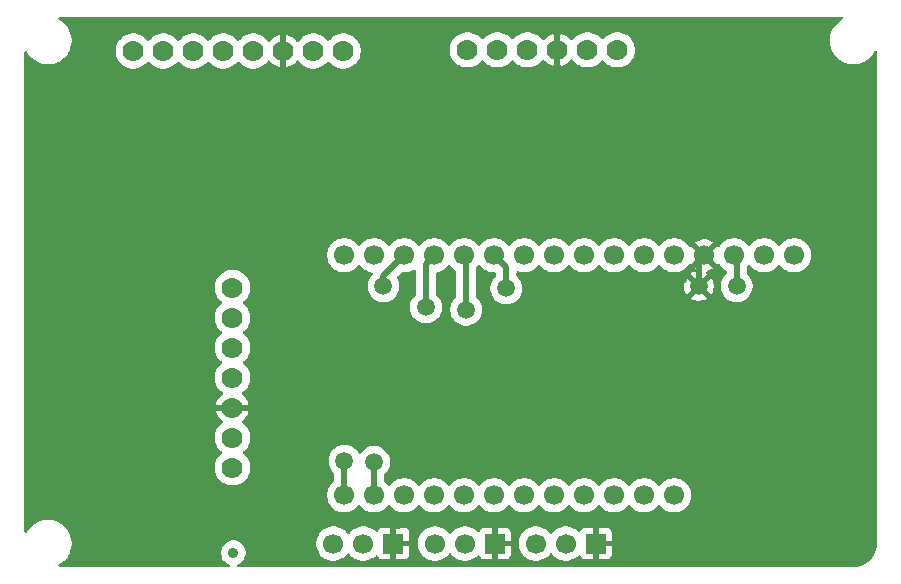
<source format=gbr>
%TF.GenerationSoftware,KiCad,Pcbnew,9.0.7*%
%TF.CreationDate,2026-02-04T13:28:02-08:00*%
%TF.ProjectId,BasicDatalogger,42617369-6344-4617-9461-6c6f67676572,rev?*%
%TF.SameCoordinates,Original*%
%TF.FileFunction,Copper,L4,Bot*%
%TF.FilePolarity,Positive*%
%FSLAX46Y46*%
G04 Gerber Fmt 4.6, Leading zero omitted, Abs format (unit mm)*
G04 Created by KiCad (PCBNEW 9.0.7) date 2026-02-04 13:28:02*
%MOMM*%
%LPD*%
G01*
G04 APERTURE LIST*
%TA.AperFunction,ComponentPad*%
%ADD10R,1.700000X1.700000*%
%TD*%
%TA.AperFunction,ComponentPad*%
%ADD11C,1.700000*%
%TD*%
%TA.AperFunction,ComponentPad*%
%ADD12C,1.778000*%
%TD*%
%TA.AperFunction,SMDPad,CuDef*%
%ADD13C,1.500000*%
%TD*%
%TA.AperFunction,ViaPad*%
%ADD14C,0.900000*%
%TD*%
%TA.AperFunction,Conductor*%
%ADD15C,0.500000*%
%TD*%
G04 APERTURE END LIST*
D10*
%TO.P,3,1,Pin_1*%
%TO.N,/GND*%
X105140000Y-74400000D03*
D11*
%TO.P,3,2,Pin_2*%
%TO.N,/PWR*%
X102600000Y-74400000D03*
%TO.P,3,3,Pin_3*%
%TO.N,/S1*%
X100060000Y-74400000D03*
%TD*%
D10*
%TO.P,2,1,Pin_1*%
%TO.N,/GND*%
X113740000Y-74400000D03*
D11*
%TO.P,2,2,Pin_2*%
%TO.N,/PWR*%
X111200000Y-74400000D03*
%TO.P,2,3,Pin_3*%
%TO.N,/S2*%
X108660000Y-74400000D03*
%TD*%
D10*
%TO.P,1,1,Pin_1*%
%TO.N,/GND*%
X122280000Y-74400000D03*
D11*
%TO.P,1,2,Pin_2*%
%TO.N,/PWR*%
X119740000Y-74400000D03*
%TO.P,1,3,Pin_3*%
%TO.N,/S3*%
X117200000Y-74400000D03*
%TD*%
%TO.P,U1,1,RESET*%
%TO.N,unconnected-(U1-RESET-Pad1)*%
X139080000Y-50000000D03*
%TO.P,U1,2,3.3V*%
%TO.N,/3V3*%
X136540000Y-50000000D03*
%TO.P,U1,3,3.3V*%
X134000000Y-50000000D03*
%TO.P,U1,4,GND*%
%TO.N,/GND*%
X131460000Y-50000000D03*
%TO.P,U1,5,A0/GPIO26*%
%TO.N,unconnected-(U1-A0{slash}GPIO26-Pad5)*%
X128920000Y-50000000D03*
%TO.P,U1,6,A1/GPIO27*%
%TO.N,unconnected-(U1-A1{slash}GPIO27-Pad6)*%
X126380000Y-50000000D03*
%TO.P,U1,7,A2/GPIO28*%
%TO.N,unconnected-(U1-A2{slash}GPIO28-Pad7)*%
X123840000Y-50000000D03*
%TO.P,U1,8,A3/GPIO29*%
%TO.N,unconnected-(U1-A3{slash}GPIO29-Pad8)*%
X121300000Y-50000000D03*
%TO.P,U1,9,D24/GPIO24*%
%TO.N,unconnected-(U1-D24{slash}GPIO24-Pad9)*%
X118760000Y-50000000D03*
%TO.P,U1,10,D25/GPIO25*%
%TO.N,unconnected-(U1-D25{slash}GPIO25-Pad10)*%
X116220000Y-50000000D03*
%TO.P,U1,11,SCK/GPIO18*%
%TO.N,/SCK*%
X113680000Y-50000000D03*
%TO.P,U1,12,MOSI/GPIO19*%
%TO.N,/MOSI*%
X111140000Y-50000000D03*
%TO.P,U1,13,MISO/GPIO20*%
%TO.N,/MISO*%
X108600000Y-50000000D03*
%TO.P,U1,14,RX/CS/GPIO1*%
%TO.N,/CS*%
X106060000Y-50000000D03*
%TO.P,U1,15,TX/GPIO0*%
%TO.N,unconnected-(U1-TX{slash}GPIO0-Pad15)*%
X103520000Y-50000000D03*
%TO.P,U1,16,D4/GPIO6*%
%TO.N,unconnected-(U1-D4{slash}GPIO6-Pad16)*%
X100980000Y-50000000D03*
%TO.P,U1,17,SDA/GPIO2*%
%TO.N,/SDA*%
X100980000Y-70320000D03*
%TO.P,U1,18,SCL/GPIO3*%
%TO.N,/SCL*%
X103520000Y-70320000D03*
%TO.P,U1,19,D5/GPIO7*%
%TO.N,/S1*%
X106060000Y-70320000D03*
%TO.P,U1,20,D6/GPIO8*%
%TO.N,/S2*%
X108600000Y-70320000D03*
%TO.P,U1,21,D9/GPIO9*%
%TO.N,/S3*%
X111140000Y-70320000D03*
%TO.P,U1,22,D10/GPIO10*%
%TO.N,unconnected-(U1-D10{slash}GPIO10-Pad22)*%
X113680000Y-70320000D03*
%TO.P,U1,23,D11/GPIO11*%
%TO.N,unconnected-(U1-D11{slash}GPIO11-Pad23)*%
X116220000Y-70320000D03*
%TO.P,U1,24,D12/GPIO12*%
%TO.N,unconnected-(U1-D12{slash}GPIO12-Pad24)*%
X118760000Y-70320000D03*
%TO.P,U1,25,D13/GPIO13*%
%TO.N,unconnected-(U1-D13{slash}GPIO13-Pad25)*%
X121300000Y-70320000D03*
%TO.P,U1,26,Vbus*%
%TO.N,unconnected-(U1-Vbus-Pad26)*%
X123840000Y-70320000D03*
%TO.P,U1,27,ENABLE*%
%TO.N,unconnected-(U1-ENABLE-Pad27)*%
X126380000Y-70320000D03*
%TO.P,U1,28,VBat*%
%TO.N,unconnected-(U1-VBat-Pad28)*%
X128920000Y-70320000D03*
%TD*%
D12*
%TO.P,U2,1,VIN*%
%TO.N,/3V3*%
X100890000Y-32700000D03*
%TO.P,U2,2,3Vo*%
%TO.N,unconnected-(U2-3Vo-Pad2)*%
X98350000Y-32700000D03*
%TO.P,U2,3,GND*%
%TO.N,/GND*%
X95810000Y-32700000D03*
%TO.P,U2,4,SCL*%
%TO.N,/SCL*%
X93270000Y-32700000D03*
%TO.P,U2,5,SDO*%
%TO.N,unconnected-(U2-SDO-Pad5)*%
X90730000Y-32700000D03*
%TO.P,U2,6,SDA*%
%TO.N,/SDA*%
X88190000Y-32700000D03*
%TO.P,U2,7,CS*%
%TO.N,unconnected-(U2-CS-Pad7)*%
X85650000Y-32700000D03*
%TO.P,U2,8,INT*%
%TO.N,unconnected-(U2-INT-Pad8)*%
X83110000Y-32700000D03*
%TD*%
%TO.P,U4,1,VIN*%
%TO.N,/3V3*%
X91513796Y-67972407D03*
%TO.P,U4,2,3V3*%
%TO.N,unconnected-(U4-3V3-Pad2)*%
X91513796Y-65432407D03*
%TO.P,U4,3,GND*%
%TO.N,/GND*%
X91513796Y-62892407D03*
%TO.P,U4,4,SCK*%
%TO.N,/SCK*%
X91513796Y-60352407D03*
%TO.P,U4,5,MISO*%
%TO.N,/MISO*%
X91513796Y-57812407D03*
%TO.P,U4,6,MOSI*%
%TO.N,/MOSI*%
X91513796Y-55272407D03*
%TO.P,U4,7,CS*%
%TO.N,/CS*%
X91513796Y-52732407D03*
%TD*%
%TO.P,U3,1,VIN*%
%TO.N,/3V3*%
X124100000Y-32600000D03*
%TO.P,U3,2,3Vo*%
%TO.N,unconnected-(U3-3Vo-Pad2)*%
X121560000Y-32600000D03*
%TO.P,U3,3,GND*%
%TO.N,/GND*%
X119020000Y-32600000D03*
%TO.P,U3,4,SCL*%
%TO.N,/SCL*%
X116480000Y-32600000D03*
%TO.P,U3,5,SDA*%
%TO.N,/SDA*%
X113940000Y-32600000D03*
%TO.P,U3,6,INT2*%
%TO.N,unconnected-(U3-INT2-Pad6)*%
X111400000Y-32600000D03*
%TD*%
D13*
%TO.P,TP4,1,1*%
%TO.N,/MOSI*%
X111300000Y-54600000D03*
%TD*%
%TO.P,TP5,1,1*%
%TO.N,/MISO*%
X107900000Y-54400000D03*
%TD*%
%TO.P,TP6,1,1*%
%TO.N,/CS*%
X104300000Y-52600000D03*
%TD*%
%TO.P,TP2,1,1*%
%TO.N,/GND*%
X131000000Y-52600000D03*
%TD*%
%TO.P,TP8,1,1*%
%TO.N,/SCL*%
X103500000Y-67500000D03*
%TD*%
%TO.P,TP3,1,1*%
%TO.N,/SCK*%
X114700000Y-52800000D03*
%TD*%
%TO.P,TP1,1,1*%
%TO.N,/3V3*%
X134200000Y-52600000D03*
%TD*%
%TO.P,TP7,1,1*%
%TO.N,/SDA*%
X101000000Y-67400000D03*
%TD*%
D14*
%TO.N,/GND*%
X122347526Y-72534769D03*
X124400000Y-74400000D03*
X105530956Y-72712200D03*
X98200000Y-69200000D03*
%TO.N,/PWR*%
X91601578Y-75182415D03*
%TO.N,/GND*%
X89039052Y-75182415D03*
X95600000Y-38000000D03*
X97400000Y-34800000D03*
X111000000Y-35800000D03*
X132156185Y-51613338D03*
X132386662Y-48156185D03*
X109600000Y-63400000D03*
X99200000Y-63800000D03*
X119000000Y-31000000D03*
X80800000Y-34800000D03*
X109800000Y-57200000D03*
X126200000Y-60800000D03*
X129600000Y-52000000D03*
X93200000Y-62800000D03*
X80200000Y-54200000D03*
X97800000Y-53972407D03*
X79600000Y-75000000D03*
X97100000Y-49800000D03*
X88400000Y-38200000D03*
X123600000Y-42000000D03*
X89800000Y-63600000D03*
X84400000Y-68600000D03*
X119000000Y-34200000D03*
%TD*%
D15*
%TO.N,/CS*%
X104300000Y-51760000D02*
X106060000Y-50000000D01*
X104300000Y-52600000D02*
X104300000Y-51760000D01*
%TO.N,/3V3*%
X134200000Y-52600000D02*
X134200000Y-50200000D01*
X134200000Y-50200000D02*
X134000000Y-50000000D01*
%TO.N,/SCK*%
X114700000Y-52800000D02*
X114700000Y-51020000D01*
X114700000Y-51020000D02*
X113680000Y-50000000D01*
%TO.N,/MOSI*%
X111300000Y-50160000D02*
X111140000Y-50000000D01*
X111300000Y-54600000D02*
X111300000Y-50160000D01*
%TO.N,/SDA*%
X101000000Y-67400000D02*
X101000000Y-70300000D01*
X101000000Y-70300000D02*
X100980000Y-70320000D01*
%TO.N,/MISO*%
X107900000Y-50700000D02*
X108600000Y-50000000D01*
X107900000Y-54400000D02*
X107900000Y-50700000D01*
%TO.N,/GND*%
X131000000Y-50460000D02*
X131460000Y-50000000D01*
X131000000Y-52600000D02*
X131000000Y-50460000D01*
%TO.N,/SCL*%
X103500000Y-67500000D02*
X103500000Y-70300000D01*
X103500000Y-70300000D02*
X103520000Y-70320000D01*
%TD*%
%TA.AperFunction,Conductor*%
%TO.N,/GND*%
G36*
X143166501Y-29820185D02*
G01*
X143212256Y-29872989D01*
X143222200Y-29942147D01*
X143193175Y-30005703D01*
X143161462Y-30031887D01*
X142986196Y-30133075D01*
X142778148Y-30292718D01*
X142592718Y-30478148D01*
X142433075Y-30686196D01*
X142301958Y-30913299D01*
X142301953Y-30913309D01*
X142201605Y-31155571D01*
X142201602Y-31155581D01*
X142133730Y-31408884D01*
X142131468Y-31426065D01*
X142099500Y-31668872D01*
X142099500Y-31931127D01*
X142112284Y-32028225D01*
X142133730Y-32191116D01*
X142187823Y-32392993D01*
X142201602Y-32444418D01*
X142201605Y-32444428D01*
X142301953Y-32686690D01*
X142301958Y-32686700D01*
X142433075Y-32913803D01*
X142592718Y-33121851D01*
X142592726Y-33121860D01*
X142778140Y-33307274D01*
X142778148Y-33307281D01*
X142986196Y-33466924D01*
X143213299Y-33598041D01*
X143213309Y-33598046D01*
X143455571Y-33698394D01*
X143455581Y-33698398D01*
X143708884Y-33766270D01*
X143968880Y-33800500D01*
X143968887Y-33800500D01*
X144231113Y-33800500D01*
X144231120Y-33800500D01*
X144491116Y-33766270D01*
X144744419Y-33698398D01*
X144923648Y-33624159D01*
X144986690Y-33598046D01*
X144986691Y-33598045D01*
X144986697Y-33598043D01*
X145213803Y-33466924D01*
X145421851Y-33307282D01*
X145421855Y-33307277D01*
X145421860Y-33307274D01*
X145607274Y-33121860D01*
X145607277Y-33121855D01*
X145607282Y-33121851D01*
X145766924Y-32913803D01*
X145822680Y-32817231D01*
X145868113Y-32738538D01*
X145918679Y-32690322D01*
X145987286Y-32677098D01*
X146052151Y-32703066D01*
X146092680Y-32759980D01*
X146099500Y-32800537D01*
X146099500Y-74395933D01*
X146099235Y-74404043D01*
X146082925Y-74652883D01*
X146080807Y-74668964D01*
X146032954Y-74909535D01*
X146028756Y-74925202D01*
X145949909Y-75157479D01*
X145943702Y-75172465D01*
X145835212Y-75392460D01*
X145827102Y-75406507D01*
X145690825Y-75610460D01*
X145680951Y-75623328D01*
X145519218Y-75807749D01*
X145507749Y-75819218D01*
X145323328Y-75980951D01*
X145310460Y-75990825D01*
X145106507Y-76127102D01*
X145092460Y-76135212D01*
X144872465Y-76243702D01*
X144857479Y-76249909D01*
X144625202Y-76328756D01*
X144609535Y-76332954D01*
X144368964Y-76380807D01*
X144352883Y-76382925D01*
X144104043Y-76399235D01*
X144095933Y-76399500D01*
X92031754Y-76399500D01*
X91964715Y-76379815D01*
X91918960Y-76327011D01*
X91909016Y-76257853D01*
X91938041Y-76194297D01*
X91984301Y-76160939D01*
X92099176Y-76113356D01*
X92271233Y-75998392D01*
X92417555Y-75852070D01*
X92532519Y-75680013D01*
X92611708Y-75488835D01*
X92652078Y-75285880D01*
X92652078Y-75078950D01*
X92611708Y-74875995D01*
X92532519Y-74684817D01*
X92417555Y-74512760D01*
X92417553Y-74512757D01*
X92271235Y-74366439D01*
X92150604Y-74285837D01*
X98609500Y-74285837D01*
X98609500Y-74514162D01*
X98645215Y-74739660D01*
X98715770Y-74956803D01*
X98818020Y-75157479D01*
X98819421Y-75160228D01*
X98953621Y-75344937D01*
X99115063Y-75506379D01*
X99299772Y-75640579D01*
X99377162Y-75680011D01*
X99503196Y-75744229D01*
X99503198Y-75744229D01*
X99503201Y-75744231D01*
X99564253Y-75764068D01*
X99720339Y-75814784D01*
X99945838Y-75850500D01*
X99945843Y-75850500D01*
X100174162Y-75850500D01*
X100399660Y-75814784D01*
X100421311Y-75807749D01*
X100616799Y-75744231D01*
X100820228Y-75640579D01*
X101004937Y-75506379D01*
X101166379Y-75344937D01*
X101229682Y-75257807D01*
X101285012Y-75215143D01*
X101354626Y-75209164D01*
X101416421Y-75241770D01*
X101430315Y-75257804D01*
X101493621Y-75344937D01*
X101655063Y-75506379D01*
X101839772Y-75640579D01*
X101917162Y-75680011D01*
X102043196Y-75744229D01*
X102043198Y-75744229D01*
X102043201Y-75744231D01*
X102104253Y-75764068D01*
X102260339Y-75814784D01*
X102485838Y-75850500D01*
X102485843Y-75850500D01*
X102714162Y-75850500D01*
X102939660Y-75814784D01*
X102961311Y-75807749D01*
X103156799Y-75744231D01*
X103360228Y-75640579D01*
X103544937Y-75506379D01*
X103632135Y-75419180D01*
X103693454Y-75385698D01*
X103763146Y-75390682D01*
X103819080Y-75432553D01*
X103835995Y-75463531D01*
X103846645Y-75492086D01*
X103846649Y-75492093D01*
X103932809Y-75607187D01*
X103932812Y-75607190D01*
X104047906Y-75693350D01*
X104047913Y-75693354D01*
X104182620Y-75743596D01*
X104182627Y-75743598D01*
X104242155Y-75749999D01*
X104242172Y-75750000D01*
X104890000Y-75750000D01*
X104890000Y-74833012D01*
X104947007Y-74865925D01*
X105074174Y-74900000D01*
X105205826Y-74900000D01*
X105332993Y-74865925D01*
X105390000Y-74833012D01*
X105390000Y-75750000D01*
X106037828Y-75750000D01*
X106037844Y-75749999D01*
X106097372Y-75743598D01*
X106097379Y-75743596D01*
X106232086Y-75693354D01*
X106232093Y-75693350D01*
X106347187Y-75607190D01*
X106347190Y-75607187D01*
X106433350Y-75492093D01*
X106433354Y-75492086D01*
X106483596Y-75357379D01*
X106483598Y-75357372D01*
X106489999Y-75297844D01*
X106490000Y-75297827D01*
X106490000Y-74650000D01*
X105573012Y-74650000D01*
X105605925Y-74592993D01*
X105640000Y-74465826D01*
X105640000Y-74334174D01*
X105627048Y-74285837D01*
X107209500Y-74285837D01*
X107209500Y-74514162D01*
X107245215Y-74739660D01*
X107315770Y-74956803D01*
X107418020Y-75157479D01*
X107419421Y-75160228D01*
X107553621Y-75344937D01*
X107715063Y-75506379D01*
X107899772Y-75640579D01*
X107977162Y-75680011D01*
X108103196Y-75744229D01*
X108103198Y-75744229D01*
X108103201Y-75744231D01*
X108164253Y-75764068D01*
X108320339Y-75814784D01*
X108545838Y-75850500D01*
X108545843Y-75850500D01*
X108774162Y-75850500D01*
X108999660Y-75814784D01*
X109021311Y-75807749D01*
X109216799Y-75744231D01*
X109420228Y-75640579D01*
X109604937Y-75506379D01*
X109766379Y-75344937D01*
X109829682Y-75257807D01*
X109885012Y-75215143D01*
X109954626Y-75209164D01*
X110016421Y-75241770D01*
X110030315Y-75257804D01*
X110093621Y-75344937D01*
X110255063Y-75506379D01*
X110439772Y-75640579D01*
X110517162Y-75680011D01*
X110643196Y-75744229D01*
X110643198Y-75744229D01*
X110643201Y-75744231D01*
X110704253Y-75764068D01*
X110860339Y-75814784D01*
X111085838Y-75850500D01*
X111085843Y-75850500D01*
X111314162Y-75850500D01*
X111539660Y-75814784D01*
X111561311Y-75807749D01*
X111756799Y-75744231D01*
X111960228Y-75640579D01*
X112144937Y-75506379D01*
X112232135Y-75419180D01*
X112293454Y-75385698D01*
X112363146Y-75390682D01*
X112419080Y-75432553D01*
X112435995Y-75463531D01*
X112446645Y-75492086D01*
X112446649Y-75492093D01*
X112532809Y-75607187D01*
X112532812Y-75607190D01*
X112647906Y-75693350D01*
X112647913Y-75693354D01*
X112782620Y-75743596D01*
X112782627Y-75743598D01*
X112842155Y-75749999D01*
X112842172Y-75750000D01*
X113490000Y-75750000D01*
X113490000Y-74833012D01*
X113547007Y-74865925D01*
X113674174Y-74900000D01*
X113805826Y-74900000D01*
X113932993Y-74865925D01*
X113990000Y-74833012D01*
X113990000Y-75750000D01*
X114637828Y-75750000D01*
X114637844Y-75749999D01*
X114697372Y-75743598D01*
X114697379Y-75743596D01*
X114832086Y-75693354D01*
X114832093Y-75693350D01*
X114947187Y-75607190D01*
X114947190Y-75607187D01*
X115033350Y-75492093D01*
X115033354Y-75492086D01*
X115083596Y-75357379D01*
X115083598Y-75357372D01*
X115089999Y-75297844D01*
X115090000Y-75297827D01*
X115090000Y-74650000D01*
X114173012Y-74650000D01*
X114205925Y-74592993D01*
X114240000Y-74465826D01*
X114240000Y-74334174D01*
X114227048Y-74285837D01*
X115749500Y-74285837D01*
X115749500Y-74514162D01*
X115785215Y-74739660D01*
X115855770Y-74956803D01*
X115958020Y-75157479D01*
X115959421Y-75160228D01*
X116093621Y-75344937D01*
X116255063Y-75506379D01*
X116439772Y-75640579D01*
X116517162Y-75680011D01*
X116643196Y-75744229D01*
X116643198Y-75744229D01*
X116643201Y-75744231D01*
X116704253Y-75764068D01*
X116860339Y-75814784D01*
X117085838Y-75850500D01*
X117085843Y-75850500D01*
X117314162Y-75850500D01*
X117539660Y-75814784D01*
X117561311Y-75807749D01*
X117756799Y-75744231D01*
X117960228Y-75640579D01*
X118144937Y-75506379D01*
X118306379Y-75344937D01*
X118369682Y-75257807D01*
X118425012Y-75215143D01*
X118494626Y-75209164D01*
X118556421Y-75241770D01*
X118570315Y-75257804D01*
X118633621Y-75344937D01*
X118795063Y-75506379D01*
X118979772Y-75640579D01*
X119057162Y-75680011D01*
X119183196Y-75744229D01*
X119183198Y-75744229D01*
X119183201Y-75744231D01*
X119244253Y-75764068D01*
X119400339Y-75814784D01*
X119625838Y-75850500D01*
X119625843Y-75850500D01*
X119854162Y-75850500D01*
X120079660Y-75814784D01*
X120101311Y-75807749D01*
X120296799Y-75744231D01*
X120500228Y-75640579D01*
X120684937Y-75506379D01*
X120772135Y-75419180D01*
X120833454Y-75385698D01*
X120903146Y-75390682D01*
X120959080Y-75432553D01*
X120975995Y-75463531D01*
X120986645Y-75492086D01*
X120986649Y-75492093D01*
X121072809Y-75607187D01*
X121072812Y-75607190D01*
X121187906Y-75693350D01*
X121187913Y-75693354D01*
X121322620Y-75743596D01*
X121322627Y-75743598D01*
X121382155Y-75749999D01*
X121382172Y-75750000D01*
X122030000Y-75750000D01*
X122030000Y-74833012D01*
X122087007Y-74865925D01*
X122214174Y-74900000D01*
X122345826Y-74900000D01*
X122472993Y-74865925D01*
X122530000Y-74833012D01*
X122530000Y-75750000D01*
X123177828Y-75750000D01*
X123177844Y-75749999D01*
X123237372Y-75743598D01*
X123237379Y-75743596D01*
X123372086Y-75693354D01*
X123372093Y-75693350D01*
X123487187Y-75607190D01*
X123487190Y-75607187D01*
X123573350Y-75492093D01*
X123573354Y-75492086D01*
X123623596Y-75357379D01*
X123623598Y-75357372D01*
X123629999Y-75297844D01*
X123630000Y-75297827D01*
X123630000Y-74650000D01*
X122713012Y-74650000D01*
X122745925Y-74592993D01*
X122780000Y-74465826D01*
X122780000Y-74334174D01*
X122745925Y-74207007D01*
X122713012Y-74150000D01*
X123630000Y-74150000D01*
X123630000Y-73502172D01*
X123629999Y-73502155D01*
X123623598Y-73442627D01*
X123623596Y-73442620D01*
X123573354Y-73307913D01*
X123573350Y-73307906D01*
X123487190Y-73192812D01*
X123487187Y-73192809D01*
X123372093Y-73106649D01*
X123372086Y-73106645D01*
X123237379Y-73056403D01*
X123237372Y-73056401D01*
X123177844Y-73050000D01*
X122530000Y-73050000D01*
X122530000Y-73966988D01*
X122472993Y-73934075D01*
X122345826Y-73900000D01*
X122214174Y-73900000D01*
X122087007Y-73934075D01*
X122030000Y-73966988D01*
X122030000Y-73050000D01*
X121382155Y-73050000D01*
X121322627Y-73056401D01*
X121322620Y-73056403D01*
X121187913Y-73106645D01*
X121187906Y-73106649D01*
X121072812Y-73192809D01*
X121072809Y-73192812D01*
X120986649Y-73307906D01*
X120986643Y-73307918D01*
X120975994Y-73336469D01*
X120934123Y-73392403D01*
X120868658Y-73416819D01*
X120800385Y-73401967D01*
X120772132Y-73380816D01*
X120684938Y-73293622D01*
X120674718Y-73286197D01*
X120500228Y-73159421D01*
X120296803Y-73055770D01*
X120079660Y-72985215D01*
X119854162Y-72949500D01*
X119854157Y-72949500D01*
X119625843Y-72949500D01*
X119625838Y-72949500D01*
X119400339Y-72985215D01*
X119183196Y-73055770D01*
X118979771Y-73159421D01*
X118795061Y-73293622D01*
X118633623Y-73455060D01*
X118633616Y-73455069D01*
X118570317Y-73542191D01*
X118514987Y-73584857D01*
X118445373Y-73590835D01*
X118383579Y-73558228D01*
X118369683Y-73542191D01*
X118306383Y-73455069D01*
X118306379Y-73455063D01*
X118144937Y-73293621D01*
X117960228Y-73159421D01*
X117756803Y-73055770D01*
X117539660Y-72985215D01*
X117314162Y-72949500D01*
X117314157Y-72949500D01*
X117085843Y-72949500D01*
X117085838Y-72949500D01*
X116860339Y-72985215D01*
X116643196Y-73055770D01*
X116439771Y-73159421D01*
X116255061Y-73293622D01*
X116093622Y-73455061D01*
X115959421Y-73639771D01*
X115855770Y-73843196D01*
X115785215Y-74060339D01*
X115749500Y-74285837D01*
X114227048Y-74285837D01*
X114205925Y-74207007D01*
X114173012Y-74150000D01*
X115090000Y-74150000D01*
X115090000Y-73502172D01*
X115089999Y-73502155D01*
X115083598Y-73442627D01*
X115083596Y-73442620D01*
X115033354Y-73307913D01*
X115033350Y-73307906D01*
X114947190Y-73192812D01*
X114947187Y-73192809D01*
X114832093Y-73106649D01*
X114832086Y-73106645D01*
X114697379Y-73056403D01*
X114697372Y-73056401D01*
X114637844Y-73050000D01*
X113990000Y-73050000D01*
X113990000Y-73966988D01*
X113932993Y-73934075D01*
X113805826Y-73900000D01*
X113674174Y-73900000D01*
X113547007Y-73934075D01*
X113490000Y-73966988D01*
X113490000Y-73050000D01*
X112842155Y-73050000D01*
X112782627Y-73056401D01*
X112782620Y-73056403D01*
X112647913Y-73106645D01*
X112647906Y-73106649D01*
X112532812Y-73192809D01*
X112532809Y-73192812D01*
X112446649Y-73307906D01*
X112446643Y-73307918D01*
X112435994Y-73336469D01*
X112394123Y-73392403D01*
X112328658Y-73416819D01*
X112260385Y-73401967D01*
X112232132Y-73380816D01*
X112144938Y-73293622D01*
X112134718Y-73286197D01*
X111960228Y-73159421D01*
X111756803Y-73055770D01*
X111539660Y-72985215D01*
X111314162Y-72949500D01*
X111314157Y-72949500D01*
X111085843Y-72949500D01*
X111085838Y-72949500D01*
X110860339Y-72985215D01*
X110643196Y-73055770D01*
X110439771Y-73159421D01*
X110255061Y-73293622D01*
X110093623Y-73455060D01*
X110093616Y-73455069D01*
X110030317Y-73542191D01*
X109974987Y-73584857D01*
X109905373Y-73590835D01*
X109843579Y-73558228D01*
X109829683Y-73542191D01*
X109766383Y-73455069D01*
X109766379Y-73455063D01*
X109604937Y-73293621D01*
X109420228Y-73159421D01*
X109216803Y-73055770D01*
X108999660Y-72985215D01*
X108774162Y-72949500D01*
X108774157Y-72949500D01*
X108545843Y-72949500D01*
X108545838Y-72949500D01*
X108320339Y-72985215D01*
X108103196Y-73055770D01*
X107899771Y-73159421D01*
X107715061Y-73293622D01*
X107553622Y-73455061D01*
X107419421Y-73639771D01*
X107315770Y-73843196D01*
X107245215Y-74060339D01*
X107209500Y-74285837D01*
X105627048Y-74285837D01*
X105605925Y-74207007D01*
X105573012Y-74150000D01*
X106490000Y-74150000D01*
X106490000Y-73502172D01*
X106489999Y-73502155D01*
X106483598Y-73442627D01*
X106483596Y-73442620D01*
X106433354Y-73307913D01*
X106433350Y-73307906D01*
X106347190Y-73192812D01*
X106347187Y-73192809D01*
X106232093Y-73106649D01*
X106232086Y-73106645D01*
X106097379Y-73056403D01*
X106097372Y-73056401D01*
X106037844Y-73050000D01*
X105390000Y-73050000D01*
X105390000Y-73966988D01*
X105332993Y-73934075D01*
X105205826Y-73900000D01*
X105074174Y-73900000D01*
X104947007Y-73934075D01*
X104890000Y-73966988D01*
X104890000Y-73050000D01*
X104242155Y-73050000D01*
X104182627Y-73056401D01*
X104182620Y-73056403D01*
X104047913Y-73106645D01*
X104047906Y-73106649D01*
X103932812Y-73192809D01*
X103932809Y-73192812D01*
X103846649Y-73307906D01*
X103846643Y-73307918D01*
X103835994Y-73336469D01*
X103794123Y-73392403D01*
X103728658Y-73416819D01*
X103660385Y-73401967D01*
X103632132Y-73380816D01*
X103544938Y-73293622D01*
X103534718Y-73286197D01*
X103360228Y-73159421D01*
X103156803Y-73055770D01*
X102939660Y-72985215D01*
X102714162Y-72949500D01*
X102714157Y-72949500D01*
X102485843Y-72949500D01*
X102485838Y-72949500D01*
X102260339Y-72985215D01*
X102043196Y-73055770D01*
X101839771Y-73159421D01*
X101655061Y-73293622D01*
X101493623Y-73455060D01*
X101493616Y-73455069D01*
X101430317Y-73542191D01*
X101374987Y-73584857D01*
X101305373Y-73590835D01*
X101243579Y-73558228D01*
X101229683Y-73542191D01*
X101166383Y-73455069D01*
X101166379Y-73455063D01*
X101004937Y-73293621D01*
X100820228Y-73159421D01*
X100616803Y-73055770D01*
X100399660Y-72985215D01*
X100174162Y-72949500D01*
X100174157Y-72949500D01*
X99945843Y-72949500D01*
X99945838Y-72949500D01*
X99720339Y-72985215D01*
X99503196Y-73055770D01*
X99299771Y-73159421D01*
X99115061Y-73293622D01*
X98953622Y-73455061D01*
X98819421Y-73639771D01*
X98715770Y-73843196D01*
X98645215Y-74060339D01*
X98609500Y-74285837D01*
X92150604Y-74285837D01*
X92125214Y-74268872D01*
X92099176Y-74251474D01*
X91907998Y-74172285D01*
X91907990Y-74172283D01*
X91705047Y-74131915D01*
X91705043Y-74131915D01*
X91498113Y-74131915D01*
X91498108Y-74131915D01*
X91295165Y-74172283D01*
X91295157Y-74172285D01*
X91103981Y-74251473D01*
X90931920Y-74366439D01*
X90785602Y-74512757D01*
X90670636Y-74684818D01*
X90591448Y-74875994D01*
X90591446Y-74876002D01*
X90551078Y-75078945D01*
X90551078Y-75285884D01*
X90591446Y-75488827D01*
X90591448Y-75488835D01*
X90640472Y-75607190D01*
X90670637Y-75680013D01*
X90726800Y-75764068D01*
X90785602Y-75852072D01*
X90931920Y-75998390D01*
X90931923Y-75998392D01*
X91103980Y-76113356D01*
X91156745Y-76135212D01*
X91218855Y-76160939D01*
X91273258Y-76204780D01*
X91295323Y-76271074D01*
X91278044Y-76338774D01*
X91226907Y-76386384D01*
X91171402Y-76399500D01*
X76900538Y-76399500D01*
X76833499Y-76379815D01*
X76787744Y-76327011D01*
X76777800Y-76257853D01*
X76806825Y-76194297D01*
X76838538Y-76168113D01*
X77013803Y-76066924D01*
X77221851Y-75907282D01*
X77221855Y-75907277D01*
X77221860Y-75907274D01*
X77407274Y-75721860D01*
X77407277Y-75721855D01*
X77407282Y-75721851D01*
X77566924Y-75513803D01*
X77698043Y-75286697D01*
X77698382Y-75285880D01*
X77745294Y-75172624D01*
X77798398Y-75044419D01*
X77866270Y-74791116D01*
X77900500Y-74531120D01*
X77900500Y-74268880D01*
X77866270Y-74008884D01*
X77798398Y-73755581D01*
X77774346Y-73697514D01*
X77698046Y-73513309D01*
X77698041Y-73513299D01*
X77566924Y-73286196D01*
X77407281Y-73078148D01*
X77407274Y-73078140D01*
X77221860Y-72892726D01*
X77221851Y-72892718D01*
X77013803Y-72733075D01*
X76786700Y-72601958D01*
X76786690Y-72601953D01*
X76544428Y-72501605D01*
X76544421Y-72501603D01*
X76544419Y-72501602D01*
X76291116Y-72433730D01*
X76233339Y-72426123D01*
X76031127Y-72399500D01*
X76031120Y-72399500D01*
X75768880Y-72399500D01*
X75768872Y-72399500D01*
X75537772Y-72429926D01*
X75508884Y-72433730D01*
X75255581Y-72501602D01*
X75255571Y-72501605D01*
X75013309Y-72601953D01*
X75013299Y-72601958D01*
X74786196Y-72733075D01*
X74578148Y-72892718D01*
X74392718Y-73078148D01*
X74233075Y-73286196D01*
X74131887Y-73461462D01*
X74081320Y-73509677D01*
X74012713Y-73522901D01*
X73947849Y-73496933D01*
X73907320Y-73440019D01*
X73900500Y-73399462D01*
X73900500Y-70205837D01*
X99529500Y-70205837D01*
X99529500Y-70434162D01*
X99565215Y-70659660D01*
X99635770Y-70876803D01*
X99739421Y-71080228D01*
X99873621Y-71264937D01*
X100035063Y-71426379D01*
X100219772Y-71560579D01*
X100315884Y-71609550D01*
X100423196Y-71664229D01*
X100423198Y-71664229D01*
X100423201Y-71664231D01*
X100539592Y-71702049D01*
X100640339Y-71734784D01*
X100865838Y-71770500D01*
X100865843Y-71770500D01*
X101094162Y-71770500D01*
X101319660Y-71734784D01*
X101536799Y-71664231D01*
X101740228Y-71560579D01*
X101924937Y-71426379D01*
X102086379Y-71264937D01*
X102149682Y-71177807D01*
X102205012Y-71135143D01*
X102274626Y-71129164D01*
X102336421Y-71161770D01*
X102350315Y-71177804D01*
X102413621Y-71264937D01*
X102575063Y-71426379D01*
X102759772Y-71560579D01*
X102855884Y-71609550D01*
X102963196Y-71664229D01*
X102963198Y-71664229D01*
X102963201Y-71664231D01*
X103079592Y-71702049D01*
X103180339Y-71734784D01*
X103405838Y-71770500D01*
X103405843Y-71770500D01*
X103634162Y-71770500D01*
X103859660Y-71734784D01*
X104076799Y-71664231D01*
X104280228Y-71560579D01*
X104464937Y-71426379D01*
X104626379Y-71264937D01*
X104689682Y-71177807D01*
X104745012Y-71135143D01*
X104814626Y-71129164D01*
X104876421Y-71161770D01*
X104890315Y-71177804D01*
X104953621Y-71264937D01*
X105115063Y-71426379D01*
X105299772Y-71560579D01*
X105395884Y-71609550D01*
X105503196Y-71664229D01*
X105503198Y-71664229D01*
X105503201Y-71664231D01*
X105619592Y-71702049D01*
X105720339Y-71734784D01*
X105945838Y-71770500D01*
X105945843Y-71770500D01*
X106174162Y-71770500D01*
X106399660Y-71734784D01*
X106616799Y-71664231D01*
X106820228Y-71560579D01*
X107004937Y-71426379D01*
X107166379Y-71264937D01*
X107229682Y-71177807D01*
X107285012Y-71135143D01*
X107354626Y-71129164D01*
X107416421Y-71161770D01*
X107430315Y-71177804D01*
X107493621Y-71264937D01*
X107655063Y-71426379D01*
X107839772Y-71560579D01*
X107935884Y-71609550D01*
X108043196Y-71664229D01*
X108043198Y-71664229D01*
X108043201Y-71664231D01*
X108159592Y-71702049D01*
X108260339Y-71734784D01*
X108485838Y-71770500D01*
X108485843Y-71770500D01*
X108714162Y-71770500D01*
X108939660Y-71734784D01*
X109156799Y-71664231D01*
X109360228Y-71560579D01*
X109544937Y-71426379D01*
X109706379Y-71264937D01*
X109769682Y-71177807D01*
X109825012Y-71135143D01*
X109894626Y-71129164D01*
X109956421Y-71161770D01*
X109970315Y-71177804D01*
X110033621Y-71264937D01*
X110195063Y-71426379D01*
X110379772Y-71560579D01*
X110475884Y-71609550D01*
X110583196Y-71664229D01*
X110583198Y-71664229D01*
X110583201Y-71664231D01*
X110699592Y-71702049D01*
X110800339Y-71734784D01*
X111025838Y-71770500D01*
X111025843Y-71770500D01*
X111254162Y-71770500D01*
X111479660Y-71734784D01*
X111696799Y-71664231D01*
X111900228Y-71560579D01*
X112084937Y-71426379D01*
X112246379Y-71264937D01*
X112309682Y-71177807D01*
X112365012Y-71135143D01*
X112434626Y-71129164D01*
X112496421Y-71161770D01*
X112510315Y-71177804D01*
X112573621Y-71264937D01*
X112735063Y-71426379D01*
X112919772Y-71560579D01*
X113015884Y-71609550D01*
X113123196Y-71664229D01*
X113123198Y-71664229D01*
X113123201Y-71664231D01*
X113239592Y-71702049D01*
X113340339Y-71734784D01*
X113565838Y-71770500D01*
X113565843Y-71770500D01*
X113794162Y-71770500D01*
X114019660Y-71734784D01*
X114236799Y-71664231D01*
X114440228Y-71560579D01*
X114624937Y-71426379D01*
X114786379Y-71264937D01*
X114849682Y-71177807D01*
X114905012Y-71135143D01*
X114974626Y-71129164D01*
X115036421Y-71161770D01*
X115050315Y-71177804D01*
X115113621Y-71264937D01*
X115275063Y-71426379D01*
X115459772Y-71560579D01*
X115555884Y-71609550D01*
X115663196Y-71664229D01*
X115663198Y-71664229D01*
X115663201Y-71664231D01*
X115779592Y-71702049D01*
X115880339Y-71734784D01*
X116105838Y-71770500D01*
X116105843Y-71770500D01*
X116334162Y-71770500D01*
X116559660Y-71734784D01*
X116776799Y-71664231D01*
X116980228Y-71560579D01*
X117164937Y-71426379D01*
X117326379Y-71264937D01*
X117389682Y-71177807D01*
X117445012Y-71135143D01*
X117514626Y-71129164D01*
X117576421Y-71161770D01*
X117590315Y-71177804D01*
X117653621Y-71264937D01*
X117815063Y-71426379D01*
X117999772Y-71560579D01*
X118095884Y-71609550D01*
X118203196Y-71664229D01*
X118203198Y-71664229D01*
X118203201Y-71664231D01*
X118319592Y-71702049D01*
X118420339Y-71734784D01*
X118645838Y-71770500D01*
X118645843Y-71770500D01*
X118874162Y-71770500D01*
X119099660Y-71734784D01*
X119316799Y-71664231D01*
X119520228Y-71560579D01*
X119704937Y-71426379D01*
X119866379Y-71264937D01*
X119929682Y-71177807D01*
X119985012Y-71135143D01*
X120054626Y-71129164D01*
X120116421Y-71161770D01*
X120130315Y-71177804D01*
X120193621Y-71264937D01*
X120355063Y-71426379D01*
X120539772Y-71560579D01*
X120635884Y-71609550D01*
X120743196Y-71664229D01*
X120743198Y-71664229D01*
X120743201Y-71664231D01*
X120859592Y-71702049D01*
X120960339Y-71734784D01*
X121185838Y-71770500D01*
X121185843Y-71770500D01*
X121414162Y-71770500D01*
X121639660Y-71734784D01*
X121856799Y-71664231D01*
X122060228Y-71560579D01*
X122244937Y-71426379D01*
X122406379Y-71264937D01*
X122469682Y-71177807D01*
X122525012Y-71135143D01*
X122594626Y-71129164D01*
X122656421Y-71161770D01*
X122670315Y-71177804D01*
X122733621Y-71264937D01*
X122895063Y-71426379D01*
X123079772Y-71560579D01*
X123175884Y-71609550D01*
X123283196Y-71664229D01*
X123283198Y-71664229D01*
X123283201Y-71664231D01*
X123399592Y-71702049D01*
X123500339Y-71734784D01*
X123725838Y-71770500D01*
X123725843Y-71770500D01*
X123954162Y-71770500D01*
X124179660Y-71734784D01*
X124396799Y-71664231D01*
X124600228Y-71560579D01*
X124784937Y-71426379D01*
X124946379Y-71264937D01*
X125009682Y-71177807D01*
X125065012Y-71135143D01*
X125134626Y-71129164D01*
X125196421Y-71161770D01*
X125210315Y-71177804D01*
X125273621Y-71264937D01*
X125435063Y-71426379D01*
X125619772Y-71560579D01*
X125715884Y-71609550D01*
X125823196Y-71664229D01*
X125823198Y-71664229D01*
X125823201Y-71664231D01*
X125939592Y-71702049D01*
X126040339Y-71734784D01*
X126265838Y-71770500D01*
X126265843Y-71770500D01*
X126494162Y-71770500D01*
X126719660Y-71734784D01*
X126936799Y-71664231D01*
X127140228Y-71560579D01*
X127324937Y-71426379D01*
X127486379Y-71264937D01*
X127549682Y-71177807D01*
X127605012Y-71135143D01*
X127674626Y-71129164D01*
X127736421Y-71161770D01*
X127750315Y-71177804D01*
X127813621Y-71264937D01*
X127975063Y-71426379D01*
X128159772Y-71560579D01*
X128255884Y-71609550D01*
X128363196Y-71664229D01*
X128363198Y-71664229D01*
X128363201Y-71664231D01*
X128479592Y-71702049D01*
X128580339Y-71734784D01*
X128805838Y-71770500D01*
X128805843Y-71770500D01*
X129034162Y-71770500D01*
X129259660Y-71734784D01*
X129476799Y-71664231D01*
X129680228Y-71560579D01*
X129864937Y-71426379D01*
X130026379Y-71264937D01*
X130160579Y-71080228D01*
X130264231Y-70876799D01*
X130334784Y-70659660D01*
X130370500Y-70434162D01*
X130370500Y-70205837D01*
X130334784Y-69980339D01*
X130264229Y-69763196D01*
X130160578Y-69559771D01*
X130125024Y-69510835D01*
X130026379Y-69375063D01*
X129864937Y-69213621D01*
X129680228Y-69079421D01*
X129476803Y-68975770D01*
X129259660Y-68905215D01*
X129034162Y-68869500D01*
X129034157Y-68869500D01*
X128805843Y-68869500D01*
X128805838Y-68869500D01*
X128580339Y-68905215D01*
X128363196Y-68975770D01*
X128159771Y-69079421D01*
X127975061Y-69213622D01*
X127813623Y-69375060D01*
X127813616Y-69375069D01*
X127750317Y-69462191D01*
X127694987Y-69504857D01*
X127625373Y-69510835D01*
X127563579Y-69478228D01*
X127549683Y-69462191D01*
X127486383Y-69375069D01*
X127486379Y-69375063D01*
X127324937Y-69213621D01*
X127140228Y-69079421D01*
X126936803Y-68975770D01*
X126719660Y-68905215D01*
X126494162Y-68869500D01*
X126494157Y-68869500D01*
X126265843Y-68869500D01*
X126265838Y-68869500D01*
X126040339Y-68905215D01*
X125823196Y-68975770D01*
X125619771Y-69079421D01*
X125435061Y-69213622D01*
X125273623Y-69375060D01*
X125273616Y-69375069D01*
X125210317Y-69462191D01*
X125154987Y-69504857D01*
X125085373Y-69510835D01*
X125023579Y-69478228D01*
X125009683Y-69462191D01*
X124946383Y-69375069D01*
X124946379Y-69375063D01*
X124784937Y-69213621D01*
X124600228Y-69079421D01*
X124396803Y-68975770D01*
X124179660Y-68905215D01*
X123954162Y-68869500D01*
X123954157Y-68869500D01*
X123725843Y-68869500D01*
X123725838Y-68869500D01*
X123500339Y-68905215D01*
X123283196Y-68975770D01*
X123079771Y-69079421D01*
X122895061Y-69213622D01*
X122733623Y-69375060D01*
X122733616Y-69375069D01*
X122670317Y-69462191D01*
X122614987Y-69504857D01*
X122545373Y-69510835D01*
X122483579Y-69478228D01*
X122469683Y-69462191D01*
X122406383Y-69375069D01*
X122406379Y-69375063D01*
X122244937Y-69213621D01*
X122060228Y-69079421D01*
X121856803Y-68975770D01*
X121639660Y-68905215D01*
X121414162Y-68869500D01*
X121414157Y-68869500D01*
X121185843Y-68869500D01*
X121185838Y-68869500D01*
X120960339Y-68905215D01*
X120743196Y-68975770D01*
X120539771Y-69079421D01*
X120355061Y-69213622D01*
X120193623Y-69375060D01*
X120193616Y-69375069D01*
X120130317Y-69462191D01*
X120074987Y-69504857D01*
X120005373Y-69510835D01*
X119943579Y-69478228D01*
X119929683Y-69462191D01*
X119866383Y-69375069D01*
X119866379Y-69375063D01*
X119704937Y-69213621D01*
X119520228Y-69079421D01*
X119316803Y-68975770D01*
X119099660Y-68905215D01*
X118874162Y-68869500D01*
X118874157Y-68869500D01*
X118645843Y-68869500D01*
X118645838Y-68869500D01*
X118420339Y-68905215D01*
X118203196Y-68975770D01*
X117999771Y-69079421D01*
X117815061Y-69213622D01*
X117653623Y-69375060D01*
X117653616Y-69375069D01*
X117590317Y-69462191D01*
X117534987Y-69504857D01*
X117465373Y-69510835D01*
X117403579Y-69478228D01*
X117389683Y-69462191D01*
X117326383Y-69375069D01*
X117326379Y-69375063D01*
X117164937Y-69213621D01*
X116980228Y-69079421D01*
X116776803Y-68975770D01*
X116559660Y-68905215D01*
X116334162Y-68869500D01*
X116334157Y-68869500D01*
X116105843Y-68869500D01*
X116105838Y-68869500D01*
X115880339Y-68905215D01*
X115663196Y-68975770D01*
X115459771Y-69079421D01*
X115275061Y-69213622D01*
X115113623Y-69375060D01*
X115113616Y-69375069D01*
X115050317Y-69462191D01*
X114994987Y-69504857D01*
X114925373Y-69510835D01*
X114863579Y-69478228D01*
X114849683Y-69462191D01*
X114786383Y-69375069D01*
X114786379Y-69375063D01*
X114624937Y-69213621D01*
X114440228Y-69079421D01*
X114236803Y-68975770D01*
X114019660Y-68905215D01*
X113794162Y-68869500D01*
X113794157Y-68869500D01*
X113565843Y-68869500D01*
X113565838Y-68869500D01*
X113340339Y-68905215D01*
X113123196Y-68975770D01*
X112919771Y-69079421D01*
X112735061Y-69213622D01*
X112573623Y-69375060D01*
X112573616Y-69375069D01*
X112510317Y-69462191D01*
X112454987Y-69504857D01*
X112385373Y-69510835D01*
X112323579Y-69478228D01*
X112309683Y-69462191D01*
X112246383Y-69375069D01*
X112246379Y-69375063D01*
X112084937Y-69213621D01*
X111900228Y-69079421D01*
X111696803Y-68975770D01*
X111479660Y-68905215D01*
X111254162Y-68869500D01*
X111254157Y-68869500D01*
X111025843Y-68869500D01*
X111025838Y-68869500D01*
X110800339Y-68905215D01*
X110583196Y-68975770D01*
X110379771Y-69079421D01*
X110195061Y-69213622D01*
X110033623Y-69375060D01*
X110033616Y-69375069D01*
X109970317Y-69462191D01*
X109914987Y-69504857D01*
X109845373Y-69510835D01*
X109783579Y-69478228D01*
X109769683Y-69462191D01*
X109706383Y-69375069D01*
X109706379Y-69375063D01*
X109544937Y-69213621D01*
X109360228Y-69079421D01*
X109156803Y-68975770D01*
X108939660Y-68905215D01*
X108714162Y-68869500D01*
X108714157Y-68869500D01*
X108485843Y-68869500D01*
X108485838Y-68869500D01*
X108260339Y-68905215D01*
X108043196Y-68975770D01*
X107839771Y-69079421D01*
X107655061Y-69213622D01*
X107493623Y-69375060D01*
X107493616Y-69375069D01*
X107430317Y-69462191D01*
X107374987Y-69504857D01*
X107305373Y-69510835D01*
X107243579Y-69478228D01*
X107229683Y-69462191D01*
X107166383Y-69375069D01*
X107166379Y-69375063D01*
X107004937Y-69213621D01*
X106820228Y-69079421D01*
X106616803Y-68975770D01*
X106399660Y-68905215D01*
X106174162Y-68869500D01*
X106174157Y-68869500D01*
X105945843Y-68869500D01*
X105945838Y-68869500D01*
X105720339Y-68905215D01*
X105503196Y-68975770D01*
X105299771Y-69079421D01*
X105115061Y-69213622D01*
X104953623Y-69375060D01*
X104953616Y-69375069D01*
X104890317Y-69462191D01*
X104834987Y-69504857D01*
X104765373Y-69510835D01*
X104703579Y-69478228D01*
X104689683Y-69462191D01*
X104626383Y-69375069D01*
X104626379Y-69375063D01*
X104464937Y-69213621D01*
X104464936Y-69213620D01*
X104464928Y-69213613D01*
X104401614Y-69167612D01*
X104358948Y-69112282D01*
X104350500Y-69067295D01*
X104350500Y-68610758D01*
X104370185Y-68543719D01*
X104386819Y-68523077D01*
X104425496Y-68484400D01*
X104530104Y-68379792D01*
X104530106Y-68379788D01*
X104530109Y-68379786D01*
X104655048Y-68207820D01*
X104655049Y-68207819D01*
X104655051Y-68207816D01*
X104751557Y-68018412D01*
X104817246Y-67816243D01*
X104850500Y-67606287D01*
X104850500Y-67393713D01*
X104817246Y-67183757D01*
X104751557Y-66981588D01*
X104655051Y-66792184D01*
X104655049Y-66792181D01*
X104655048Y-66792179D01*
X104530109Y-66620213D01*
X104379786Y-66469890D01*
X104207820Y-66344951D01*
X104018414Y-66248444D01*
X104018413Y-66248443D01*
X104018412Y-66248443D01*
X103816243Y-66182754D01*
X103816241Y-66182753D01*
X103816240Y-66182753D01*
X103654957Y-66157208D01*
X103606287Y-66149500D01*
X103393713Y-66149500D01*
X103345042Y-66157208D01*
X103183760Y-66182753D01*
X102981585Y-66248444D01*
X102792179Y-66344951D01*
X102620213Y-66469890D01*
X102469894Y-66620209D01*
X102382216Y-66740888D01*
X102326886Y-66783553D01*
X102257272Y-66789532D01*
X102195477Y-66756926D01*
X102171413Y-66724296D01*
X102155050Y-66692182D01*
X102030109Y-66520213D01*
X101879786Y-66369890D01*
X101707820Y-66244951D01*
X101518414Y-66148444D01*
X101518413Y-66148443D01*
X101518412Y-66148443D01*
X101316243Y-66082754D01*
X101316241Y-66082753D01*
X101316240Y-66082753D01*
X101154957Y-66057208D01*
X101106287Y-66049500D01*
X100893713Y-66049500D01*
X100845042Y-66057208D01*
X100683760Y-66082753D01*
X100481585Y-66148444D01*
X100292179Y-66244951D01*
X100120213Y-66369890D01*
X99969890Y-66520213D01*
X99844951Y-66692179D01*
X99748444Y-66881585D01*
X99682753Y-67083760D01*
X99649500Y-67293713D01*
X99649500Y-67506286D01*
X99682753Y-67716239D01*
X99748444Y-67918414D01*
X99844951Y-68107820D01*
X99969890Y-68279786D01*
X100113181Y-68423077D01*
X100146666Y-68484400D01*
X100149500Y-68510758D01*
X100149500Y-69067295D01*
X100129815Y-69134334D01*
X100098386Y-69167612D01*
X100035071Y-69213613D01*
X100035063Y-69213620D01*
X99873622Y-69375061D01*
X99739421Y-69559771D01*
X99635770Y-69763196D01*
X99565215Y-69980339D01*
X99529500Y-70205837D01*
X73900500Y-70205837D01*
X73900500Y-52615175D01*
X90024296Y-52615175D01*
X90024296Y-52849638D01*
X90060971Y-53081199D01*
X90133423Y-53304181D01*
X90222899Y-53479786D01*
X90239861Y-53513075D01*
X90377669Y-53702751D01*
X90377671Y-53702753D01*
X90543452Y-53868534D01*
X90589637Y-53902090D01*
X90632302Y-53957420D01*
X90638280Y-54027034D01*
X90605673Y-54088828D01*
X90589637Y-54102724D01*
X90543452Y-54136279D01*
X90377671Y-54302060D01*
X90377671Y-54302061D01*
X90377669Y-54302063D01*
X90318485Y-54383521D01*
X90239861Y-54491738D01*
X90133423Y-54700632D01*
X90060971Y-54923614D01*
X90024296Y-55155175D01*
X90024296Y-55389638D01*
X90060971Y-55621199D01*
X90133423Y-55844181D01*
X90187596Y-55950500D01*
X90239861Y-56053075D01*
X90377669Y-56242751D01*
X90377671Y-56242753D01*
X90543452Y-56408534D01*
X90589637Y-56442090D01*
X90632302Y-56497420D01*
X90638280Y-56567034D01*
X90605673Y-56628828D01*
X90589637Y-56642724D01*
X90543452Y-56676279D01*
X90377671Y-56842060D01*
X90377671Y-56842061D01*
X90377669Y-56842063D01*
X90318485Y-56923521D01*
X90239861Y-57031738D01*
X90133423Y-57240632D01*
X90060971Y-57463614D01*
X90024296Y-57695175D01*
X90024296Y-57929638D01*
X90060971Y-58161199D01*
X90133423Y-58384181D01*
X90239861Y-58593075D01*
X90377669Y-58782751D01*
X90377671Y-58782753D01*
X90543452Y-58948534D01*
X90589637Y-58982090D01*
X90632302Y-59037420D01*
X90638280Y-59107034D01*
X90605673Y-59168828D01*
X90589637Y-59182724D01*
X90543452Y-59216279D01*
X90377671Y-59382060D01*
X90377671Y-59382061D01*
X90377669Y-59382063D01*
X90318485Y-59463521D01*
X90239861Y-59571738D01*
X90133423Y-59780632D01*
X90060971Y-60003614D01*
X90024296Y-60235175D01*
X90024296Y-60469638D01*
X90060971Y-60701199D01*
X90133423Y-60924181D01*
X90239861Y-61133075D01*
X90377669Y-61322751D01*
X90543452Y-61488534D01*
X90672391Y-61582214D01*
X90675126Y-61584201D01*
X90717791Y-61639531D01*
X90723770Y-61709145D01*
X90691164Y-61770940D01*
X90675126Y-61784837D01*
X90608924Y-61832935D01*
X90454324Y-61987535D01*
X90454320Y-61987540D01*
X90325819Y-62164408D01*
X90226558Y-62359215D01*
X90226557Y-62359218D01*
X90158997Y-62567148D01*
X90147078Y-62642407D01*
X91080784Y-62642407D01*
X91047871Y-62699414D01*
X91013796Y-62826581D01*
X91013796Y-62958233D01*
X91047871Y-63085400D01*
X91080784Y-63142407D01*
X90147078Y-63142407D01*
X90158997Y-63217665D01*
X90226557Y-63425595D01*
X90226558Y-63425598D01*
X90325819Y-63620405D01*
X90454320Y-63797273D01*
X90454324Y-63797278D01*
X90608922Y-63951876D01*
X90675125Y-63999975D01*
X90717791Y-64055305D01*
X90723770Y-64124919D01*
X90691165Y-64186714D01*
X90675126Y-64200611D01*
X90543458Y-64296275D01*
X90543449Y-64296282D01*
X90377671Y-64462060D01*
X90377671Y-64462061D01*
X90377669Y-64462063D01*
X90318485Y-64543521D01*
X90239861Y-64651738D01*
X90133423Y-64860632D01*
X90060971Y-65083614D01*
X90024296Y-65315175D01*
X90024296Y-65549638D01*
X90060971Y-65781199D01*
X90133423Y-66004181D01*
X90207468Y-66149500D01*
X90239861Y-66213075D01*
X90377669Y-66402751D01*
X90377671Y-66402753D01*
X90543452Y-66568534D01*
X90589637Y-66602090D01*
X90632302Y-66657420D01*
X90638280Y-66727034D01*
X90605673Y-66788828D01*
X90589637Y-66802724D01*
X90543452Y-66836279D01*
X90377671Y-67002060D01*
X90377671Y-67002061D01*
X90377669Y-67002063D01*
X90318485Y-67083521D01*
X90239861Y-67191738D01*
X90133423Y-67400632D01*
X90060971Y-67623614D01*
X90024296Y-67855175D01*
X90024296Y-68089638D01*
X90060971Y-68321199D01*
X90133423Y-68544181D01*
X90239861Y-68753075D01*
X90377669Y-68942751D01*
X90543452Y-69108534D01*
X90733128Y-69246342D01*
X90831823Y-69296629D01*
X90942021Y-69352779D01*
X90942023Y-69352779D01*
X90942026Y-69352781D01*
X91061548Y-69391616D01*
X91165003Y-69425231D01*
X91396565Y-69461907D01*
X91396570Y-69461907D01*
X91631027Y-69461907D01*
X91862588Y-69425231D01*
X92085566Y-69352781D01*
X92294464Y-69246342D01*
X92484140Y-69108534D01*
X92649923Y-68942751D01*
X92787731Y-68753075D01*
X92894170Y-68544177D01*
X92966620Y-68321199D01*
X92973179Y-68279786D01*
X93003296Y-68089638D01*
X93003296Y-67855175D01*
X92966620Y-67623614D01*
X92894168Y-67400632D01*
X92787730Y-67191738D01*
X92781934Y-67183760D01*
X92649923Y-67002063D01*
X92484140Y-66836280D01*
X92437954Y-66802724D01*
X92395289Y-66747396D01*
X92389310Y-66677782D01*
X92421915Y-66615987D01*
X92437954Y-66602090D01*
X92484140Y-66568534D01*
X92649923Y-66402751D01*
X92787731Y-66213075D01*
X92894170Y-66004177D01*
X92966620Y-65781199D01*
X93003296Y-65549638D01*
X93003296Y-65315175D01*
X92966620Y-65083614D01*
X92894168Y-64860632D01*
X92787730Y-64651738D01*
X92649923Y-64462063D01*
X92484140Y-64296280D01*
X92352465Y-64200612D01*
X92309800Y-64145281D01*
X92303821Y-64075668D01*
X92336427Y-64013873D01*
X92352467Y-63999975D01*
X92418665Y-63951880D01*
X92573267Y-63797278D01*
X92573271Y-63797273D01*
X92701772Y-63620405D01*
X92801033Y-63425598D01*
X92801034Y-63425595D01*
X92868594Y-63217665D01*
X92880514Y-63142407D01*
X91946808Y-63142407D01*
X91979721Y-63085400D01*
X92013796Y-62958233D01*
X92013796Y-62826581D01*
X91979721Y-62699414D01*
X91946808Y-62642407D01*
X92880514Y-62642407D01*
X92868594Y-62567148D01*
X92801034Y-62359218D01*
X92801033Y-62359215D01*
X92701772Y-62164408D01*
X92573271Y-61987540D01*
X92573267Y-61987535D01*
X92418667Y-61832935D01*
X92418662Y-61832931D01*
X92352466Y-61784837D01*
X92309800Y-61729508D01*
X92303821Y-61659894D01*
X92336426Y-61598099D01*
X92352466Y-61584201D01*
X92354946Y-61582398D01*
X92484140Y-61488534D01*
X92649923Y-61322751D01*
X92787731Y-61133075D01*
X92894170Y-60924177D01*
X92966620Y-60701199D01*
X93003296Y-60469638D01*
X93003296Y-60235175D01*
X92966620Y-60003614D01*
X92894168Y-59780632D01*
X92787730Y-59571738D01*
X92649923Y-59382063D01*
X92484140Y-59216280D01*
X92437954Y-59182724D01*
X92395289Y-59127396D01*
X92389310Y-59057782D01*
X92421915Y-58995987D01*
X92437954Y-58982090D01*
X92484140Y-58948534D01*
X92649923Y-58782751D01*
X92787731Y-58593075D01*
X92894170Y-58384177D01*
X92966620Y-58161199D01*
X93003296Y-57929638D01*
X93003296Y-57695175D01*
X92966620Y-57463614D01*
X92894168Y-57240632D01*
X92787730Y-57031738D01*
X92649923Y-56842063D01*
X92484140Y-56676280D01*
X92437954Y-56642724D01*
X92395289Y-56587396D01*
X92389310Y-56517782D01*
X92421915Y-56455987D01*
X92437954Y-56442090D01*
X92484140Y-56408534D01*
X92649923Y-56242751D01*
X92787731Y-56053075D01*
X92894170Y-55844177D01*
X92966620Y-55621199D01*
X92977097Y-55555048D01*
X93003296Y-55389638D01*
X93003296Y-55155175D01*
X92966620Y-54923614D01*
X92933005Y-54820159D01*
X92894170Y-54700637D01*
X92894168Y-54700634D01*
X92894168Y-54700632D01*
X92838018Y-54590434D01*
X92787731Y-54491739D01*
X92649923Y-54302063D01*
X92484140Y-54136280D01*
X92437954Y-54102724D01*
X92395289Y-54047396D01*
X92389310Y-53977782D01*
X92421915Y-53915987D01*
X92437954Y-53902090D01*
X92484140Y-53868534D01*
X92649923Y-53702751D01*
X92787731Y-53513075D01*
X92894170Y-53304177D01*
X92966620Y-53081199D01*
X92986837Y-52953553D01*
X93003296Y-52849638D01*
X93003296Y-52615175D01*
X92966620Y-52383614D01*
X92894168Y-52160632D01*
X92787730Y-51951738D01*
X92782732Y-51944859D01*
X92649923Y-51762063D01*
X92484140Y-51596280D01*
X92294464Y-51458472D01*
X92278818Y-51450500D01*
X92085570Y-51352034D01*
X91862588Y-51279582D01*
X91631027Y-51242907D01*
X91631022Y-51242907D01*
X91396570Y-51242907D01*
X91396565Y-51242907D01*
X91165003Y-51279582D01*
X90942021Y-51352034D01*
X90733127Y-51458472D01*
X90659566Y-51511918D01*
X90543452Y-51596280D01*
X90543450Y-51596282D01*
X90543449Y-51596282D01*
X90377671Y-51762060D01*
X90377671Y-51762061D01*
X90377669Y-51762063D01*
X90318666Y-51843273D01*
X90239861Y-51951738D01*
X90133423Y-52160632D01*
X90060971Y-52383614D01*
X90024296Y-52615175D01*
X73900500Y-52615175D01*
X73900500Y-49885837D01*
X99529500Y-49885837D01*
X99529500Y-50114162D01*
X99565215Y-50339660D01*
X99635770Y-50556803D01*
X99720795Y-50723672D01*
X99739421Y-50760228D01*
X99873621Y-50944937D01*
X100035063Y-51106379D01*
X100219772Y-51240579D01*
X100256901Y-51259497D01*
X100423196Y-51344229D01*
X100423198Y-51344229D01*
X100423201Y-51344231D01*
X100532181Y-51379641D01*
X100640339Y-51414784D01*
X100865838Y-51450500D01*
X100865843Y-51450500D01*
X101094162Y-51450500D01*
X101319660Y-51414784D01*
X101330555Y-51411244D01*
X101536799Y-51344231D01*
X101740228Y-51240579D01*
X101924937Y-51106379D01*
X102086379Y-50944937D01*
X102149682Y-50857807D01*
X102205012Y-50815143D01*
X102274626Y-50809164D01*
X102336421Y-50841770D01*
X102350315Y-50857804D01*
X102413621Y-50944937D01*
X102575063Y-51106379D01*
X102759772Y-51240579D01*
X102796901Y-51259497D01*
X102963196Y-51344229D01*
X102963198Y-51344229D01*
X102963201Y-51344231D01*
X103072181Y-51379641D01*
X103180339Y-51414784D01*
X103280947Y-51430719D01*
X103344082Y-51460648D01*
X103381013Y-51519960D01*
X103380015Y-51589823D01*
X103349231Y-51640873D01*
X103269889Y-51720215D01*
X103144951Y-51892179D01*
X103048444Y-52081585D01*
X102982753Y-52283760D01*
X102979026Y-52307294D01*
X102949500Y-52493713D01*
X102949500Y-52706287D01*
X102982754Y-52916243D01*
X103047738Y-53116243D01*
X103048444Y-53118414D01*
X103144951Y-53307820D01*
X103269890Y-53479786D01*
X103420213Y-53630109D01*
X103592179Y-53755048D01*
X103592181Y-53755049D01*
X103592184Y-53755051D01*
X103781588Y-53851557D01*
X103983757Y-53917246D01*
X104193713Y-53950500D01*
X104193714Y-53950500D01*
X104406286Y-53950500D01*
X104406287Y-53950500D01*
X104616243Y-53917246D01*
X104818412Y-53851557D01*
X105007816Y-53755051D01*
X105079800Y-53702752D01*
X105179786Y-53630109D01*
X105179788Y-53630106D01*
X105179792Y-53630104D01*
X105330104Y-53479792D01*
X105330106Y-53479788D01*
X105330109Y-53479786D01*
X105455048Y-53307820D01*
X105455047Y-53307820D01*
X105455051Y-53307816D01*
X105551557Y-53118412D01*
X105617246Y-52916243D01*
X105650500Y-52706287D01*
X105650500Y-52493713D01*
X105617246Y-52283757D01*
X105551557Y-52081588D01*
X105481890Y-51944858D01*
X105467447Y-51916512D01*
X105454551Y-51847842D01*
X105480827Y-51783102D01*
X105490242Y-51772545D01*
X105785875Y-51476912D01*
X105847196Y-51443429D01*
X105892947Y-51442122D01*
X105945843Y-51450500D01*
X105945845Y-51450500D01*
X106174162Y-51450500D01*
X106399660Y-51414784D01*
X106410555Y-51411244D01*
X106616799Y-51344231D01*
X106820228Y-51240579D01*
X106852614Y-51217048D01*
X106918418Y-51193568D01*
X106986473Y-51209392D01*
X107035168Y-51259497D01*
X107049500Y-51317366D01*
X107049500Y-53289242D01*
X107029815Y-53356281D01*
X107013181Y-53376923D01*
X106869894Y-53520209D01*
X106869890Y-53520213D01*
X106744951Y-53692179D01*
X106648444Y-53881585D01*
X106582753Y-54083760D01*
X106572183Y-54150500D01*
X106549500Y-54293713D01*
X106549500Y-54506287D01*
X106582754Y-54716243D01*
X106647738Y-54916243D01*
X106648444Y-54918414D01*
X106744951Y-55107820D01*
X106869890Y-55279786D01*
X107020213Y-55430109D01*
X107192179Y-55555048D01*
X107192181Y-55555049D01*
X107192184Y-55555051D01*
X107381588Y-55651557D01*
X107583757Y-55717246D01*
X107793713Y-55750500D01*
X107793714Y-55750500D01*
X108006286Y-55750500D01*
X108006287Y-55750500D01*
X108216243Y-55717246D01*
X108418412Y-55651557D01*
X108607816Y-55555051D01*
X108711402Y-55479792D01*
X108779786Y-55430109D01*
X108779788Y-55430106D01*
X108779792Y-55430104D01*
X108930104Y-55279792D01*
X108930106Y-55279788D01*
X108930109Y-55279786D01*
X109055048Y-55107820D01*
X109055047Y-55107820D01*
X109055051Y-55107816D01*
X109151557Y-54918412D01*
X109217246Y-54716243D01*
X109250500Y-54506287D01*
X109250500Y-54293713D01*
X109217246Y-54083757D01*
X109151557Y-53881588D01*
X109055051Y-53692184D01*
X109055049Y-53692181D01*
X109055048Y-53692179D01*
X108930109Y-53520213D01*
X108786819Y-53376923D01*
X108753334Y-53315600D01*
X108750500Y-53289242D01*
X108750500Y-51550649D01*
X108770185Y-51483610D01*
X108822989Y-51437855D01*
X108855103Y-51428176D01*
X108939660Y-51414784D01*
X109156799Y-51344231D01*
X109360228Y-51240579D01*
X109544937Y-51106379D01*
X109706379Y-50944937D01*
X109769682Y-50857807D01*
X109825012Y-50815143D01*
X109894626Y-50809164D01*
X109956421Y-50841770D01*
X109970315Y-50857804D01*
X110033621Y-50944937D01*
X110195063Y-51106379D01*
X110330593Y-51204848D01*
X110379772Y-51240579D01*
X110381786Y-51241605D01*
X110382416Y-51242199D01*
X110383924Y-51243124D01*
X110383729Y-51243440D01*
X110432586Y-51289575D01*
X110449500Y-51352094D01*
X110449500Y-53489242D01*
X110429815Y-53556281D01*
X110413181Y-53576923D01*
X110269894Y-53720209D01*
X110269890Y-53720213D01*
X110144951Y-53892179D01*
X110048444Y-54081585D01*
X109982753Y-54283760D01*
X109949813Y-54491738D01*
X109949500Y-54493713D01*
X109949500Y-54706287D01*
X109982754Y-54916243D01*
X110045001Y-55107820D01*
X110048444Y-55118414D01*
X110144951Y-55307820D01*
X110269890Y-55479786D01*
X110420213Y-55630109D01*
X110592179Y-55755048D01*
X110592181Y-55755049D01*
X110592184Y-55755051D01*
X110781588Y-55851557D01*
X110983757Y-55917246D01*
X111193713Y-55950500D01*
X111193714Y-55950500D01*
X111406286Y-55950500D01*
X111406287Y-55950500D01*
X111616243Y-55917246D01*
X111818412Y-55851557D01*
X112007816Y-55755051D01*
X112029789Y-55739086D01*
X112179786Y-55630109D01*
X112179788Y-55630106D01*
X112179792Y-55630104D01*
X112330104Y-55479792D01*
X112330106Y-55479788D01*
X112330109Y-55479786D01*
X112455048Y-55307820D01*
X112455047Y-55307820D01*
X112455051Y-55307816D01*
X112551557Y-55118412D01*
X112617246Y-54916243D01*
X112650500Y-54706287D01*
X112650500Y-54493713D01*
X112617246Y-54283757D01*
X112551557Y-54081588D01*
X112455051Y-53892184D01*
X112455049Y-53892181D01*
X112455048Y-53892179D01*
X112330109Y-53720213D01*
X112186819Y-53576923D01*
X112153334Y-53515600D01*
X112150500Y-53489242D01*
X112150500Y-51092178D01*
X112157677Y-51067735D01*
X112160902Y-51042463D01*
X112168265Y-51031676D01*
X112170185Y-51025139D01*
X112179510Y-51012473D01*
X112182988Y-51008327D01*
X112246379Y-50944937D01*
X112312227Y-50854305D01*
X112315010Y-50850989D01*
X112340637Y-50833938D01*
X112365012Y-50815143D01*
X112369461Y-50814760D01*
X112373181Y-50812286D01*
X112403966Y-50811797D01*
X112434626Y-50809164D01*
X112438575Y-50811247D01*
X112443042Y-50811177D01*
X112469197Y-50827405D01*
X112496421Y-50841770D01*
X112501156Y-50847234D01*
X112502412Y-50848014D01*
X112503119Y-50849500D01*
X112510315Y-50857804D01*
X112573621Y-50944937D01*
X112735063Y-51106379D01*
X112919772Y-51240579D01*
X112956901Y-51259497D01*
X113123196Y-51344229D01*
X113123198Y-51344229D01*
X113123201Y-51344231D01*
X113232181Y-51379641D01*
X113340339Y-51414784D01*
X113565838Y-51450500D01*
X113725500Y-51450500D01*
X113734185Y-51453050D01*
X113743147Y-51451762D01*
X113767187Y-51462740D01*
X113792539Y-51470185D01*
X113798466Y-51477025D01*
X113806703Y-51480787D01*
X113820992Y-51503021D01*
X113838294Y-51522989D01*
X113840581Y-51533503D01*
X113844477Y-51539565D01*
X113849500Y-51574500D01*
X113849500Y-51689242D01*
X113829815Y-51756281D01*
X113813181Y-51776923D01*
X113669894Y-51920209D01*
X113669890Y-51920213D01*
X113544951Y-52092179D01*
X113448444Y-52281585D01*
X113382753Y-52483760D01*
X113349500Y-52693713D01*
X113349500Y-52906286D01*
X113377203Y-53081199D01*
X113382754Y-53116243D01*
X113447529Y-53315600D01*
X113448444Y-53318414D01*
X113544951Y-53507820D01*
X113669890Y-53679786D01*
X113820213Y-53830109D01*
X113992179Y-53955048D01*
X113992181Y-53955049D01*
X113992184Y-53955051D01*
X114181588Y-54051557D01*
X114383757Y-54117246D01*
X114593713Y-54150500D01*
X114593714Y-54150500D01*
X114806286Y-54150500D01*
X114806287Y-54150500D01*
X115016243Y-54117246D01*
X115218412Y-54051557D01*
X115407816Y-53955051D01*
X115429789Y-53939086D01*
X115579786Y-53830109D01*
X115579788Y-53830106D01*
X115579792Y-53830104D01*
X115730104Y-53679792D01*
X115730106Y-53679788D01*
X115730109Y-53679786D01*
X115756344Y-53643677D01*
X130309873Y-53643677D01*
X130309873Y-53643678D01*
X130344858Y-53669096D01*
X130520164Y-53758418D01*
X130707294Y-53819221D01*
X130901618Y-53850000D01*
X131098382Y-53850000D01*
X131292705Y-53819221D01*
X131479835Y-53758418D01*
X131655143Y-53669095D01*
X131690125Y-53643678D01*
X131690126Y-53643678D01*
X131000001Y-52953553D01*
X131000000Y-52953553D01*
X130309873Y-53643677D01*
X115756344Y-53643677D01*
X115843632Y-53523534D01*
X115851230Y-53513075D01*
X115855051Y-53507816D01*
X115951557Y-53318412D01*
X116017246Y-53116243D01*
X116050500Y-52906287D01*
X116050500Y-52693713D01*
X116038061Y-52615175D01*
X116022377Y-52516149D01*
X116020075Y-52501617D01*
X129750000Y-52501617D01*
X129750000Y-52698382D01*
X129780778Y-52892705D01*
X129841581Y-53079835D01*
X129930905Y-53255145D01*
X129956319Y-53290125D01*
X129956320Y-53290125D01*
X130646446Y-52600000D01*
X130646446Y-52599999D01*
X131353553Y-52599999D01*
X131353553Y-52600000D01*
X132043678Y-53290126D01*
X132043678Y-53290125D01*
X132069095Y-53255143D01*
X132158418Y-53079835D01*
X132219221Y-52892705D01*
X132250000Y-52698382D01*
X132250000Y-52501617D01*
X132219221Y-52307294D01*
X132158418Y-52120164D01*
X132069096Y-51944858D01*
X132043678Y-51909873D01*
X132043677Y-51909873D01*
X131353553Y-52599999D01*
X130646446Y-52599999D01*
X129956320Y-51909872D01*
X129956320Y-51909873D01*
X129930902Y-51944859D01*
X129930899Y-51944863D01*
X129841582Y-52120161D01*
X129780778Y-52307294D01*
X129750000Y-52501617D01*
X116020075Y-52501617D01*
X116017246Y-52483759D01*
X116017246Y-52483757D01*
X115951557Y-52281588D01*
X115855051Y-52092184D01*
X115855049Y-52092181D01*
X115855048Y-52092179D01*
X115730109Y-51920213D01*
X115586819Y-51776923D01*
X115572115Y-51749995D01*
X115555523Y-51724177D01*
X115554631Y-51717976D01*
X115553334Y-51715600D01*
X115550500Y-51689242D01*
X115550500Y-51478283D01*
X115570185Y-51411244D01*
X115622989Y-51365489D01*
X115692147Y-51355545D01*
X115712808Y-51360349D01*
X115836804Y-51400638D01*
X115880339Y-51414784D01*
X116105838Y-51450500D01*
X116105843Y-51450500D01*
X116334162Y-51450500D01*
X116559660Y-51414784D01*
X116570555Y-51411244D01*
X116776799Y-51344231D01*
X116980228Y-51240579D01*
X117164937Y-51106379D01*
X117326379Y-50944937D01*
X117389682Y-50857807D01*
X117445012Y-50815143D01*
X117514626Y-50809164D01*
X117576421Y-50841770D01*
X117590315Y-50857804D01*
X117653621Y-50944937D01*
X117815063Y-51106379D01*
X117999772Y-51240579D01*
X118036901Y-51259497D01*
X118203196Y-51344229D01*
X118203198Y-51344229D01*
X118203201Y-51344231D01*
X118312181Y-51379641D01*
X118420339Y-51414784D01*
X118645838Y-51450500D01*
X118645843Y-51450500D01*
X118874162Y-51450500D01*
X119099660Y-51414784D01*
X119110555Y-51411244D01*
X119316799Y-51344231D01*
X119520228Y-51240579D01*
X119704937Y-51106379D01*
X119866379Y-50944937D01*
X119929682Y-50857807D01*
X119985012Y-50815143D01*
X120054626Y-50809164D01*
X120116421Y-50841770D01*
X120130315Y-50857804D01*
X120193621Y-50944937D01*
X120355063Y-51106379D01*
X120539772Y-51240579D01*
X120576901Y-51259497D01*
X120743196Y-51344229D01*
X120743198Y-51344229D01*
X120743201Y-51344231D01*
X120852181Y-51379641D01*
X120960339Y-51414784D01*
X121185838Y-51450500D01*
X121185843Y-51450500D01*
X121414162Y-51450500D01*
X121639660Y-51414784D01*
X121650555Y-51411244D01*
X121856799Y-51344231D01*
X122060228Y-51240579D01*
X122244937Y-51106379D01*
X122406379Y-50944937D01*
X122469682Y-50857807D01*
X122525012Y-50815143D01*
X122594626Y-50809164D01*
X122656421Y-50841770D01*
X122670315Y-50857804D01*
X122733621Y-50944937D01*
X122895063Y-51106379D01*
X123079772Y-51240579D01*
X123116901Y-51259497D01*
X123283196Y-51344229D01*
X123283198Y-51344229D01*
X123283201Y-51344231D01*
X123392181Y-51379641D01*
X123500339Y-51414784D01*
X123725838Y-51450500D01*
X123725843Y-51450500D01*
X123954162Y-51450500D01*
X124179660Y-51414784D01*
X124190555Y-51411244D01*
X124396799Y-51344231D01*
X124600228Y-51240579D01*
X124784937Y-51106379D01*
X124946379Y-50944937D01*
X125009682Y-50857807D01*
X125065012Y-50815143D01*
X125134626Y-50809164D01*
X125196421Y-50841770D01*
X125210315Y-50857804D01*
X125273621Y-50944937D01*
X125435063Y-51106379D01*
X125619772Y-51240579D01*
X125656901Y-51259497D01*
X125823196Y-51344229D01*
X125823198Y-51344229D01*
X125823201Y-51344231D01*
X125932181Y-51379641D01*
X126040339Y-51414784D01*
X126265838Y-51450500D01*
X126265843Y-51450500D01*
X126494162Y-51450500D01*
X126719660Y-51414784D01*
X126730555Y-51411244D01*
X126936799Y-51344231D01*
X127140228Y-51240579D01*
X127324937Y-51106379D01*
X127486379Y-50944937D01*
X127549682Y-50857807D01*
X127605012Y-50815143D01*
X127674626Y-50809164D01*
X127736421Y-50841770D01*
X127750315Y-50857804D01*
X127813621Y-50944937D01*
X127975063Y-51106379D01*
X128159772Y-51240579D01*
X128196901Y-51259497D01*
X128363196Y-51344229D01*
X128363198Y-51344229D01*
X128363201Y-51344231D01*
X128472181Y-51379641D01*
X128580339Y-51414784D01*
X128805838Y-51450500D01*
X128805843Y-51450500D01*
X129034162Y-51450500D01*
X129259660Y-51414784D01*
X129270555Y-51411244D01*
X129476799Y-51344231D01*
X129680228Y-51240579D01*
X129864937Y-51106379D01*
X130026379Y-50944937D01*
X130151796Y-50772316D01*
X130207124Y-50729653D01*
X130276738Y-50723674D01*
X130338532Y-50756280D01*
X130343134Y-50761591D01*
X130344728Y-50761716D01*
X130977037Y-50129408D01*
X130994075Y-50192993D01*
X131059901Y-50307007D01*
X131152993Y-50400099D01*
X131267007Y-50465925D01*
X131330590Y-50482962D01*
X130698282Y-51115269D01*
X130698282Y-51115270D01*
X130756388Y-51157486D01*
X130755270Y-51159023D01*
X130796722Y-51204848D01*
X130808140Y-51273778D01*
X130780478Y-51337939D01*
X130722519Y-51376959D01*
X130711985Y-51379449D01*
X130712031Y-51379641D01*
X130707294Y-51380778D01*
X130520161Y-51441582D01*
X130344863Y-51530899D01*
X130344859Y-51530902D01*
X130309873Y-51556320D01*
X130309872Y-51556320D01*
X131000000Y-52246446D01*
X131000001Y-52246446D01*
X131690125Y-51556320D01*
X131690125Y-51556319D01*
X131676994Y-51546779D01*
X131634327Y-51491450D01*
X131628347Y-51421836D01*
X131660953Y-51360041D01*
X131721791Y-51325683D01*
X131730482Y-51323986D01*
X131776133Y-51316756D01*
X131978217Y-51251095D01*
X132167554Y-51154622D01*
X132221716Y-51115270D01*
X132221717Y-51115270D01*
X131589408Y-50482962D01*
X131652993Y-50465925D01*
X131767007Y-50400099D01*
X131860099Y-50307007D01*
X131925925Y-50192993D01*
X131942962Y-50129409D01*
X132575270Y-50761717D01*
X132582002Y-50761187D01*
X132622896Y-50729653D01*
X132692509Y-50723672D01*
X132754305Y-50756277D01*
X132768204Y-50772317D01*
X132799319Y-50815143D01*
X132893621Y-50944937D01*
X133055063Y-51106379D01*
X133127521Y-51159023D01*
X133239773Y-51240580D01*
X133281794Y-51261990D01*
X133292858Y-51272439D01*
X133306703Y-51278762D01*
X133317743Y-51295941D01*
X133332590Y-51309963D01*
X133336831Y-51325643D01*
X133344477Y-51337540D01*
X133349500Y-51372475D01*
X133349500Y-51489242D01*
X133329815Y-51556281D01*
X133313181Y-51576923D01*
X133169894Y-51720209D01*
X133169890Y-51720213D01*
X133044951Y-51892179D01*
X132948444Y-52081585D01*
X132882753Y-52283760D01*
X132879026Y-52307294D01*
X132849500Y-52493713D01*
X132849500Y-52706287D01*
X132882754Y-52916243D01*
X132947738Y-53116243D01*
X132948444Y-53118414D01*
X133044951Y-53307820D01*
X133169890Y-53479786D01*
X133320213Y-53630109D01*
X133492179Y-53755048D01*
X133492181Y-53755049D01*
X133492184Y-53755051D01*
X133681588Y-53851557D01*
X133883757Y-53917246D01*
X134093713Y-53950500D01*
X134093714Y-53950500D01*
X134306286Y-53950500D01*
X134306287Y-53950500D01*
X134516243Y-53917246D01*
X134718412Y-53851557D01*
X134907816Y-53755051D01*
X134979800Y-53702752D01*
X135079786Y-53630109D01*
X135079788Y-53630106D01*
X135079792Y-53630104D01*
X135230104Y-53479792D01*
X135230106Y-53479788D01*
X135230109Y-53479786D01*
X135355048Y-53307820D01*
X135355047Y-53307820D01*
X135355051Y-53307816D01*
X135451557Y-53118412D01*
X135517246Y-52916243D01*
X135550500Y-52706287D01*
X135550500Y-52493713D01*
X135517246Y-52283757D01*
X135451557Y-52081588D01*
X135355051Y-51892184D01*
X135355049Y-51892181D01*
X135355048Y-51892179D01*
X135230109Y-51720213D01*
X135086819Y-51576923D01*
X135053334Y-51515600D01*
X135050500Y-51489242D01*
X135050500Y-51052178D01*
X135057138Y-51029570D01*
X135059374Y-51006113D01*
X135067760Y-50993396D01*
X135070185Y-50985139D01*
X135077015Y-50975544D01*
X135081583Y-50969732D01*
X135106379Y-50944937D01*
X135171070Y-50855897D01*
X135172515Y-50854060D01*
X135199137Y-50835094D01*
X135225012Y-50815143D01*
X135227437Y-50814934D01*
X135229422Y-50813521D01*
X135262075Y-50811959D01*
X135294626Y-50809164D01*
X135296779Y-50810300D01*
X135299212Y-50810184D01*
X135327510Y-50826515D01*
X135356421Y-50841770D01*
X135358899Y-50844630D01*
X135359727Y-50845108D01*
X135360335Y-50846287D01*
X135370315Y-50857804D01*
X135433621Y-50944937D01*
X135595063Y-51106379D01*
X135779772Y-51240579D01*
X135816901Y-51259497D01*
X135983196Y-51344229D01*
X135983198Y-51344229D01*
X135983201Y-51344231D01*
X136092181Y-51379641D01*
X136200339Y-51414784D01*
X136425838Y-51450500D01*
X136425843Y-51450500D01*
X136654162Y-51450500D01*
X136879660Y-51414784D01*
X136890555Y-51411244D01*
X137096799Y-51344231D01*
X137300228Y-51240579D01*
X137484937Y-51106379D01*
X137646379Y-50944937D01*
X137709682Y-50857807D01*
X137765012Y-50815143D01*
X137834626Y-50809164D01*
X137896421Y-50841770D01*
X137910315Y-50857804D01*
X137973621Y-50944937D01*
X138135063Y-51106379D01*
X138319772Y-51240579D01*
X138356901Y-51259497D01*
X138523196Y-51344229D01*
X138523198Y-51344229D01*
X138523201Y-51344231D01*
X138632181Y-51379641D01*
X138740339Y-51414784D01*
X138965838Y-51450500D01*
X138965843Y-51450500D01*
X139194162Y-51450500D01*
X139419660Y-51414784D01*
X139430555Y-51411244D01*
X139636799Y-51344231D01*
X139840228Y-51240579D01*
X140024937Y-51106379D01*
X140186379Y-50944937D01*
X140320579Y-50760228D01*
X140424231Y-50556799D01*
X140494784Y-50339660D01*
X140518014Y-50192993D01*
X140530500Y-50114162D01*
X140530500Y-49885837D01*
X140494784Y-49660339D01*
X140424229Y-49443196D01*
X140339203Y-49276324D01*
X140320579Y-49239772D01*
X140186379Y-49055063D01*
X140024937Y-48893621D01*
X139840228Y-48759421D01*
X139819587Y-48748904D01*
X139636803Y-48655770D01*
X139419660Y-48585215D01*
X139194162Y-48549500D01*
X139194157Y-48549500D01*
X138965843Y-48549500D01*
X138965838Y-48549500D01*
X138740339Y-48585215D01*
X138523196Y-48655770D01*
X138319771Y-48759421D01*
X138135061Y-48893622D01*
X137973623Y-49055060D01*
X137973616Y-49055069D01*
X137910317Y-49142191D01*
X137854987Y-49184857D01*
X137785373Y-49190835D01*
X137723579Y-49158228D01*
X137709683Y-49142191D01*
X137646383Y-49055069D01*
X137646379Y-49055063D01*
X137484937Y-48893621D01*
X137300228Y-48759421D01*
X137279587Y-48748904D01*
X137096803Y-48655770D01*
X136879660Y-48585215D01*
X136654162Y-48549500D01*
X136654157Y-48549500D01*
X136425843Y-48549500D01*
X136425838Y-48549500D01*
X136200339Y-48585215D01*
X135983196Y-48655770D01*
X135779771Y-48759421D01*
X135595061Y-48893622D01*
X135433623Y-49055060D01*
X135433616Y-49055069D01*
X135370317Y-49142191D01*
X135314987Y-49184857D01*
X135245373Y-49190835D01*
X135183579Y-49158228D01*
X135169683Y-49142191D01*
X135106383Y-49055069D01*
X135106379Y-49055063D01*
X134944937Y-48893621D01*
X134760228Y-48759421D01*
X134739587Y-48748904D01*
X134556803Y-48655770D01*
X134339660Y-48585215D01*
X134114162Y-48549500D01*
X134114157Y-48549500D01*
X133885843Y-48549500D01*
X133885838Y-48549500D01*
X133660339Y-48585215D01*
X133443196Y-48655770D01*
X133239771Y-48759421D01*
X133055061Y-48893622D01*
X132893622Y-49055061D01*
X132768205Y-49227682D01*
X132712874Y-49270347D01*
X132643261Y-49276326D01*
X132581466Y-49243720D01*
X132576862Y-49238407D01*
X132575269Y-49238282D01*
X131942962Y-49870590D01*
X131925925Y-49807007D01*
X131860099Y-49692993D01*
X131767007Y-49599901D01*
X131652993Y-49534075D01*
X131589409Y-49517037D01*
X132221716Y-48884728D01*
X132167550Y-48845375D01*
X131978217Y-48748904D01*
X131776129Y-48683242D01*
X131566246Y-48650000D01*
X131353754Y-48650000D01*
X131143872Y-48683242D01*
X131143869Y-48683242D01*
X130941782Y-48748904D01*
X130752439Y-48845380D01*
X130698282Y-48884727D01*
X130698282Y-48884728D01*
X131330591Y-49517037D01*
X131267007Y-49534075D01*
X131152993Y-49599901D01*
X131059901Y-49692993D01*
X130994075Y-49807007D01*
X130977037Y-49870591D01*
X130344728Y-49238282D01*
X130337992Y-49238812D01*
X130297100Y-49270345D01*
X130227487Y-49276324D01*
X130165692Y-49243718D01*
X130151794Y-49227680D01*
X130026383Y-49055069D01*
X130026379Y-49055063D01*
X129864937Y-48893621D01*
X129680228Y-48759421D01*
X129659587Y-48748904D01*
X129476803Y-48655770D01*
X129259660Y-48585215D01*
X129034162Y-48549500D01*
X129034157Y-48549500D01*
X128805843Y-48549500D01*
X128805838Y-48549500D01*
X128580339Y-48585215D01*
X128363196Y-48655770D01*
X128159771Y-48759421D01*
X127975061Y-48893622D01*
X127813623Y-49055060D01*
X127813616Y-49055069D01*
X127750317Y-49142191D01*
X127694987Y-49184857D01*
X127625373Y-49190835D01*
X127563579Y-49158228D01*
X127549683Y-49142191D01*
X127486383Y-49055069D01*
X127486379Y-49055063D01*
X127324937Y-48893621D01*
X127140228Y-48759421D01*
X127119587Y-48748904D01*
X126936803Y-48655770D01*
X126719660Y-48585215D01*
X126494162Y-48549500D01*
X126494157Y-48549500D01*
X126265843Y-48549500D01*
X126265838Y-48549500D01*
X126040339Y-48585215D01*
X125823196Y-48655770D01*
X125619771Y-48759421D01*
X125435061Y-48893622D01*
X125273623Y-49055060D01*
X125273616Y-49055069D01*
X125210317Y-49142191D01*
X125154987Y-49184857D01*
X125085373Y-49190835D01*
X125023579Y-49158228D01*
X125009683Y-49142191D01*
X124946383Y-49055069D01*
X124946379Y-49055063D01*
X124784937Y-48893621D01*
X124600228Y-48759421D01*
X124579587Y-48748904D01*
X124396803Y-48655770D01*
X124179660Y-48585215D01*
X123954162Y-48549500D01*
X123954157Y-48549500D01*
X123725843Y-48549500D01*
X123725838Y-48549500D01*
X123500339Y-48585215D01*
X123283196Y-48655770D01*
X123079771Y-48759421D01*
X122895061Y-48893622D01*
X122733623Y-49055060D01*
X122733616Y-49055069D01*
X122670317Y-49142191D01*
X122614987Y-49184857D01*
X122545373Y-49190835D01*
X122483579Y-49158228D01*
X122469683Y-49142191D01*
X122406383Y-49055069D01*
X122406379Y-49055063D01*
X122244937Y-48893621D01*
X122060228Y-48759421D01*
X122039587Y-48748904D01*
X121856803Y-48655770D01*
X121639660Y-48585215D01*
X121414162Y-48549500D01*
X121414157Y-48549500D01*
X121185843Y-48549500D01*
X121185838Y-48549500D01*
X120960339Y-48585215D01*
X120743196Y-48655770D01*
X120539771Y-48759421D01*
X120355061Y-48893622D01*
X120193623Y-49055060D01*
X120193616Y-49055069D01*
X120130317Y-49142191D01*
X120074987Y-49184857D01*
X120005373Y-49190835D01*
X119943579Y-49158228D01*
X119929683Y-49142191D01*
X119866383Y-49055069D01*
X119866379Y-49055063D01*
X119704937Y-48893621D01*
X119520228Y-48759421D01*
X119499587Y-48748904D01*
X119316803Y-48655770D01*
X119099660Y-48585215D01*
X118874162Y-48549500D01*
X118874157Y-48549500D01*
X118645843Y-48549500D01*
X118645838Y-48549500D01*
X118420339Y-48585215D01*
X118203196Y-48655770D01*
X117999771Y-48759421D01*
X117815061Y-48893622D01*
X117653623Y-49055060D01*
X117653616Y-49055069D01*
X117590317Y-49142191D01*
X117534987Y-49184857D01*
X117465373Y-49190835D01*
X117403579Y-49158228D01*
X117389683Y-49142191D01*
X117326383Y-49055069D01*
X117326379Y-49055063D01*
X117164937Y-48893621D01*
X116980228Y-48759421D01*
X116959587Y-48748904D01*
X116776803Y-48655770D01*
X116559660Y-48585215D01*
X116334162Y-48549500D01*
X116334157Y-48549500D01*
X116105843Y-48549500D01*
X116105838Y-48549500D01*
X115880339Y-48585215D01*
X115663196Y-48655770D01*
X115459771Y-48759421D01*
X115275061Y-48893622D01*
X115113623Y-49055060D01*
X115113616Y-49055069D01*
X115050317Y-49142191D01*
X114994987Y-49184857D01*
X114925373Y-49190835D01*
X114863579Y-49158228D01*
X114849683Y-49142191D01*
X114786383Y-49055069D01*
X114786379Y-49055063D01*
X114624937Y-48893621D01*
X114440228Y-48759421D01*
X114419587Y-48748904D01*
X114236803Y-48655770D01*
X114019660Y-48585215D01*
X113794162Y-48549500D01*
X113794157Y-48549500D01*
X113565843Y-48549500D01*
X113565838Y-48549500D01*
X113340339Y-48585215D01*
X113123196Y-48655770D01*
X112919771Y-48759421D01*
X112735061Y-48893622D01*
X112573623Y-49055060D01*
X112573616Y-49055069D01*
X112510317Y-49142191D01*
X112454987Y-49184857D01*
X112385373Y-49190835D01*
X112323579Y-49158228D01*
X112309683Y-49142191D01*
X112246383Y-49055069D01*
X112246379Y-49055063D01*
X112084937Y-48893621D01*
X111900228Y-48759421D01*
X111879587Y-48748904D01*
X111696803Y-48655770D01*
X111479660Y-48585215D01*
X111254162Y-48549500D01*
X111254157Y-48549500D01*
X111025843Y-48549500D01*
X111025838Y-48549500D01*
X110800339Y-48585215D01*
X110583196Y-48655770D01*
X110379771Y-48759421D01*
X110195061Y-48893622D01*
X110033623Y-49055060D01*
X110033616Y-49055069D01*
X109970317Y-49142191D01*
X109914987Y-49184857D01*
X109845373Y-49190835D01*
X109783579Y-49158228D01*
X109769683Y-49142191D01*
X109706383Y-49055069D01*
X109706379Y-49055063D01*
X109544937Y-48893621D01*
X109360228Y-48759421D01*
X109339587Y-48748904D01*
X109156803Y-48655770D01*
X108939660Y-48585215D01*
X108714162Y-48549500D01*
X108714157Y-48549500D01*
X108485843Y-48549500D01*
X108485838Y-48549500D01*
X108260339Y-48585215D01*
X108043196Y-48655770D01*
X107839771Y-48759421D01*
X107655061Y-48893622D01*
X107493623Y-49055060D01*
X107493616Y-49055069D01*
X107430317Y-49142191D01*
X107374987Y-49184857D01*
X107305373Y-49190835D01*
X107243579Y-49158228D01*
X107229683Y-49142191D01*
X107166383Y-49055069D01*
X107166379Y-49055063D01*
X107004937Y-48893621D01*
X106820228Y-48759421D01*
X106799587Y-48748904D01*
X106616803Y-48655770D01*
X106399660Y-48585215D01*
X106174162Y-48549500D01*
X106174157Y-48549500D01*
X105945843Y-48549500D01*
X105945838Y-48549500D01*
X105720339Y-48585215D01*
X105503196Y-48655770D01*
X105299771Y-48759421D01*
X105115061Y-48893622D01*
X104953623Y-49055060D01*
X104953616Y-49055069D01*
X104890317Y-49142191D01*
X104834987Y-49184857D01*
X104765373Y-49190835D01*
X104703579Y-49158228D01*
X104689683Y-49142191D01*
X104626383Y-49055069D01*
X104626379Y-49055063D01*
X104464937Y-48893621D01*
X104280228Y-48759421D01*
X104259587Y-48748904D01*
X104076803Y-48655770D01*
X103859660Y-48585215D01*
X103634162Y-48549500D01*
X103634157Y-48549500D01*
X103405843Y-48549500D01*
X103405838Y-48549500D01*
X103180339Y-48585215D01*
X102963196Y-48655770D01*
X102759771Y-48759421D01*
X102575061Y-48893622D01*
X102413623Y-49055060D01*
X102413616Y-49055069D01*
X102350317Y-49142191D01*
X102294987Y-49184857D01*
X102225373Y-49190835D01*
X102163579Y-49158228D01*
X102149683Y-49142191D01*
X102086383Y-49055069D01*
X102086379Y-49055063D01*
X101924937Y-48893621D01*
X101740228Y-48759421D01*
X101719587Y-48748904D01*
X101536803Y-48655770D01*
X101319660Y-48585215D01*
X101094162Y-48549500D01*
X101094157Y-48549500D01*
X100865843Y-48549500D01*
X100865838Y-48549500D01*
X100640339Y-48585215D01*
X100423196Y-48655770D01*
X100219771Y-48759421D01*
X100035061Y-48893622D01*
X99873622Y-49055061D01*
X99739421Y-49239771D01*
X99635770Y-49443196D01*
X99565215Y-49660339D01*
X99529500Y-49885837D01*
X73900500Y-49885837D01*
X73900500Y-32800537D01*
X73920185Y-32733498D01*
X73972989Y-32687743D01*
X74042147Y-32677799D01*
X74105703Y-32706824D01*
X74131887Y-32738538D01*
X74233072Y-32913798D01*
X74233074Y-32913802D01*
X74392718Y-33121851D01*
X74392726Y-33121860D01*
X74578140Y-33307274D01*
X74578148Y-33307281D01*
X74786196Y-33466924D01*
X75013299Y-33598041D01*
X75013309Y-33598046D01*
X75255571Y-33698394D01*
X75255581Y-33698398D01*
X75508884Y-33766270D01*
X75768880Y-33800500D01*
X75768887Y-33800500D01*
X76031113Y-33800500D01*
X76031120Y-33800500D01*
X76291116Y-33766270D01*
X76544419Y-33698398D01*
X76723648Y-33624159D01*
X76786690Y-33598046D01*
X76786691Y-33598045D01*
X76786697Y-33598043D01*
X77013803Y-33466924D01*
X77221851Y-33307282D01*
X77221855Y-33307277D01*
X77221860Y-33307274D01*
X77407274Y-33121860D01*
X77407277Y-33121855D01*
X77407282Y-33121851D01*
X77566924Y-32913803D01*
X77698043Y-32686697D01*
X77741092Y-32582768D01*
X81620500Y-32582768D01*
X81620500Y-32817231D01*
X81657175Y-33048792D01*
X81729627Y-33271774D01*
X81814665Y-33438669D01*
X81836065Y-33480668D01*
X81973873Y-33670344D01*
X82139656Y-33836127D01*
X82329332Y-33973935D01*
X82355439Y-33987237D01*
X82538225Y-34080372D01*
X82538227Y-34080372D01*
X82538230Y-34080374D01*
X82657752Y-34119209D01*
X82761207Y-34152824D01*
X82992769Y-34189500D01*
X82992774Y-34189500D01*
X83227231Y-34189500D01*
X83458792Y-34152824D01*
X83681770Y-34080374D01*
X83890668Y-33973935D01*
X84080344Y-33836127D01*
X84246127Y-33670344D01*
X84279682Y-33624158D01*
X84335011Y-33581493D01*
X84404625Y-33575514D01*
X84466420Y-33608119D01*
X84480315Y-33624155D01*
X84513873Y-33670344D01*
X84679656Y-33836127D01*
X84869332Y-33973935D01*
X84895439Y-33987237D01*
X85078225Y-34080372D01*
X85078227Y-34080372D01*
X85078230Y-34080374D01*
X85197752Y-34119209D01*
X85301207Y-34152824D01*
X85532769Y-34189500D01*
X85532774Y-34189500D01*
X85767231Y-34189500D01*
X85998792Y-34152824D01*
X86221770Y-34080374D01*
X86430668Y-33973935D01*
X86620344Y-33836127D01*
X86786127Y-33670344D01*
X86819682Y-33624158D01*
X86875011Y-33581493D01*
X86944625Y-33575514D01*
X87006420Y-33608119D01*
X87020315Y-33624155D01*
X87053873Y-33670344D01*
X87219656Y-33836127D01*
X87409332Y-33973935D01*
X87435439Y-33987237D01*
X87618225Y-34080372D01*
X87618227Y-34080372D01*
X87618230Y-34080374D01*
X87737752Y-34119209D01*
X87841207Y-34152824D01*
X88072769Y-34189500D01*
X88072774Y-34189500D01*
X88307231Y-34189500D01*
X88538792Y-34152824D01*
X88761770Y-34080374D01*
X88970668Y-33973935D01*
X89160344Y-33836127D01*
X89326127Y-33670344D01*
X89359682Y-33624158D01*
X89415011Y-33581493D01*
X89484625Y-33575514D01*
X89546420Y-33608119D01*
X89560315Y-33624155D01*
X89593873Y-33670344D01*
X89759656Y-33836127D01*
X89949332Y-33973935D01*
X89975439Y-33987237D01*
X90158225Y-34080372D01*
X90158227Y-34080372D01*
X90158230Y-34080374D01*
X90277752Y-34119209D01*
X90381207Y-34152824D01*
X90612769Y-34189500D01*
X90612774Y-34189500D01*
X90847231Y-34189500D01*
X91078792Y-34152824D01*
X91301770Y-34080374D01*
X91510668Y-33973935D01*
X91700344Y-33836127D01*
X91866127Y-33670344D01*
X91899682Y-33624158D01*
X91955011Y-33581493D01*
X92024625Y-33575514D01*
X92086420Y-33608119D01*
X92100315Y-33624155D01*
X92133873Y-33670344D01*
X92299656Y-33836127D01*
X92489332Y-33973935D01*
X92515439Y-33987237D01*
X92698225Y-34080372D01*
X92698227Y-34080372D01*
X92698230Y-34080374D01*
X92817752Y-34119209D01*
X92921207Y-34152824D01*
X93152769Y-34189500D01*
X93152774Y-34189500D01*
X93387231Y-34189500D01*
X93618792Y-34152824D01*
X93841770Y-34080374D01*
X94050668Y-33973935D01*
X94240344Y-33836127D01*
X94406127Y-33670344D01*
X94501795Y-33538669D01*
X94557124Y-33496004D01*
X94626737Y-33490025D01*
X94688532Y-33522631D01*
X94702430Y-33538670D01*
X94750524Y-33604866D01*
X94750528Y-33604871D01*
X94905128Y-33759471D01*
X94905133Y-33759475D01*
X95082001Y-33887976D01*
X95276808Y-33987237D01*
X95276811Y-33987238D01*
X95484739Y-34054797D01*
X95559999Y-34066717D01*
X95560000Y-34066717D01*
X95560000Y-33133012D01*
X95617007Y-33165925D01*
X95744174Y-33200000D01*
X95875826Y-33200000D01*
X96002993Y-33165925D01*
X96060000Y-33133012D01*
X96060000Y-34066717D01*
X96135258Y-34054797D01*
X96135261Y-34054797D01*
X96343188Y-33987238D01*
X96343191Y-33987237D01*
X96537998Y-33887976D01*
X96714866Y-33759475D01*
X96714871Y-33759471D01*
X96869473Y-33604869D01*
X96917568Y-33538671D01*
X96972897Y-33496004D01*
X97042511Y-33490024D01*
X97104306Y-33522630D01*
X97118205Y-33538669D01*
X97141219Y-33570345D01*
X97213873Y-33670344D01*
X97379656Y-33836127D01*
X97569332Y-33973935D01*
X97595439Y-33987237D01*
X97778225Y-34080372D01*
X97778227Y-34080372D01*
X97778230Y-34080374D01*
X97897752Y-34119209D01*
X98001207Y-34152824D01*
X98232769Y-34189500D01*
X98232774Y-34189500D01*
X98467231Y-34189500D01*
X98698792Y-34152824D01*
X98921770Y-34080374D01*
X99130668Y-33973935D01*
X99320344Y-33836127D01*
X99486127Y-33670344D01*
X99519682Y-33624158D01*
X99575011Y-33581493D01*
X99644625Y-33575514D01*
X99706420Y-33608119D01*
X99720315Y-33624155D01*
X99753873Y-33670344D01*
X99919656Y-33836127D01*
X100109332Y-33973935D01*
X100135439Y-33987237D01*
X100318225Y-34080372D01*
X100318227Y-34080372D01*
X100318230Y-34080374D01*
X100437752Y-34119209D01*
X100541207Y-34152824D01*
X100772769Y-34189500D01*
X100772774Y-34189500D01*
X101007231Y-34189500D01*
X101238792Y-34152824D01*
X101461770Y-34080374D01*
X101670668Y-33973935D01*
X101860344Y-33836127D01*
X102026127Y-33670344D01*
X102163935Y-33480668D01*
X102270374Y-33271770D01*
X102342824Y-33048792D01*
X102350536Y-33000099D01*
X102379500Y-32817231D01*
X102379500Y-32582768D01*
X102365963Y-32497300D01*
X102363661Y-32482768D01*
X109910500Y-32482768D01*
X109910500Y-32717231D01*
X109947175Y-32948792D01*
X110019627Y-33171774D01*
X110088672Y-33307281D01*
X110126065Y-33380668D01*
X110263873Y-33570344D01*
X110429656Y-33736127D01*
X110619332Y-33873935D01*
X110718027Y-33924222D01*
X110828225Y-33980372D01*
X110828227Y-33980372D01*
X110828230Y-33980374D01*
X110947752Y-34019209D01*
X111051207Y-34052824D01*
X111282769Y-34089500D01*
X111282774Y-34089500D01*
X111517231Y-34089500D01*
X111748792Y-34052824D01*
X111971770Y-33980374D01*
X112180668Y-33873935D01*
X112370344Y-33736127D01*
X112536127Y-33570344D01*
X112569682Y-33524158D01*
X112625011Y-33481493D01*
X112694625Y-33475514D01*
X112756420Y-33508119D01*
X112770315Y-33524155D01*
X112803873Y-33570344D01*
X112969656Y-33736127D01*
X113159332Y-33873935D01*
X113258027Y-33924222D01*
X113368225Y-33980372D01*
X113368227Y-33980372D01*
X113368230Y-33980374D01*
X113487752Y-34019209D01*
X113591207Y-34052824D01*
X113822769Y-34089500D01*
X113822774Y-34089500D01*
X114057231Y-34089500D01*
X114288792Y-34052824D01*
X114511770Y-33980374D01*
X114720668Y-33873935D01*
X114910344Y-33736127D01*
X115076127Y-33570344D01*
X115109682Y-33524158D01*
X115165011Y-33481493D01*
X115234625Y-33475514D01*
X115296420Y-33508119D01*
X115310315Y-33524155D01*
X115343873Y-33570344D01*
X115509656Y-33736127D01*
X115699332Y-33873935D01*
X115798027Y-33924222D01*
X115908225Y-33980372D01*
X115908227Y-33980372D01*
X115908230Y-33980374D01*
X116027752Y-34019209D01*
X116131207Y-34052824D01*
X116362769Y-34089500D01*
X116362774Y-34089500D01*
X116597231Y-34089500D01*
X116828792Y-34052824D01*
X117051770Y-33980374D01*
X117260668Y-33873935D01*
X117450344Y-33736127D01*
X117616127Y-33570344D01*
X117711795Y-33438669D01*
X117767124Y-33396004D01*
X117836737Y-33390025D01*
X117898532Y-33422631D01*
X117912430Y-33438670D01*
X117960524Y-33504866D01*
X117960528Y-33504871D01*
X118115128Y-33659471D01*
X118115133Y-33659475D01*
X118292001Y-33787976D01*
X118486808Y-33887237D01*
X118486811Y-33887238D01*
X118694739Y-33954797D01*
X118769999Y-33966717D01*
X118770000Y-33966717D01*
X118770000Y-33033012D01*
X118827007Y-33065925D01*
X118954174Y-33100000D01*
X119085826Y-33100000D01*
X119212993Y-33065925D01*
X119270000Y-33033012D01*
X119270000Y-33966717D01*
X119345258Y-33954797D01*
X119345261Y-33954797D01*
X119553188Y-33887238D01*
X119553191Y-33887237D01*
X119747998Y-33787976D01*
X119924866Y-33659475D01*
X119924871Y-33659471D01*
X120079473Y-33504869D01*
X120127568Y-33438671D01*
X120182897Y-33396004D01*
X120252511Y-33390024D01*
X120314306Y-33422630D01*
X120328205Y-33438669D01*
X120348734Y-33466924D01*
X120423873Y-33570344D01*
X120589656Y-33736127D01*
X120779332Y-33873935D01*
X120878027Y-33924222D01*
X120988225Y-33980372D01*
X120988227Y-33980372D01*
X120988230Y-33980374D01*
X121107752Y-34019209D01*
X121211207Y-34052824D01*
X121442769Y-34089500D01*
X121442774Y-34089500D01*
X121677231Y-34089500D01*
X121908792Y-34052824D01*
X122131770Y-33980374D01*
X122340668Y-33873935D01*
X122530344Y-33736127D01*
X122696127Y-33570344D01*
X122729682Y-33524158D01*
X122785011Y-33481493D01*
X122854625Y-33475514D01*
X122916420Y-33508119D01*
X122930315Y-33524155D01*
X122963873Y-33570344D01*
X123129656Y-33736127D01*
X123319332Y-33873935D01*
X123418027Y-33924222D01*
X123528225Y-33980372D01*
X123528227Y-33980372D01*
X123528230Y-33980374D01*
X123647752Y-34019209D01*
X123751207Y-34052824D01*
X123982769Y-34089500D01*
X123982774Y-34089500D01*
X124217231Y-34089500D01*
X124448792Y-34052824D01*
X124671770Y-33980374D01*
X124880668Y-33873935D01*
X125070344Y-33736127D01*
X125236127Y-33570344D01*
X125373935Y-33380668D01*
X125480374Y-33171770D01*
X125552824Y-32948792D01*
X125558366Y-32913802D01*
X125589500Y-32717231D01*
X125589500Y-32482768D01*
X125552824Y-32251207D01*
X125512864Y-32128225D01*
X125480374Y-32028230D01*
X125480372Y-32028227D01*
X125480372Y-32028225D01*
X125424222Y-31918027D01*
X125373935Y-31819332D01*
X125236127Y-31629656D01*
X125070344Y-31463873D01*
X124880668Y-31326065D01*
X124868031Y-31319626D01*
X124671774Y-31219627D01*
X124448792Y-31147175D01*
X124217231Y-31110500D01*
X124217226Y-31110500D01*
X123982774Y-31110500D01*
X123982769Y-31110500D01*
X123751207Y-31147175D01*
X123528225Y-31219627D01*
X123319331Y-31326065D01*
X123211114Y-31404689D01*
X123129656Y-31463873D01*
X123129654Y-31463875D01*
X123129653Y-31463875D01*
X122963872Y-31629656D01*
X122930317Y-31675841D01*
X122874987Y-31718506D01*
X122805373Y-31724484D01*
X122743579Y-31691877D01*
X122729683Y-31675841D01*
X122696127Y-31629656D01*
X122530346Y-31463875D01*
X122530344Y-31463873D01*
X122340668Y-31326065D01*
X122328031Y-31319626D01*
X122131774Y-31219627D01*
X121908792Y-31147175D01*
X121677231Y-31110500D01*
X121677226Y-31110500D01*
X121442774Y-31110500D01*
X121442769Y-31110500D01*
X121211207Y-31147175D01*
X120988225Y-31219627D01*
X120779331Y-31326065D01*
X120671114Y-31404689D01*
X120589656Y-31463873D01*
X120589654Y-31463875D01*
X120589653Y-31463875D01*
X120423875Y-31629653D01*
X120423868Y-31629662D01*
X120328204Y-31761330D01*
X120272874Y-31803996D01*
X120203261Y-31809974D01*
X120141466Y-31777368D01*
X120127568Y-31761329D01*
X120079469Y-31695126D01*
X119924871Y-31540528D01*
X119924866Y-31540524D01*
X119747998Y-31412023D01*
X119553191Y-31312762D01*
X119553188Y-31312761D01*
X119345258Y-31245201D01*
X119270000Y-31233281D01*
X119270000Y-32166988D01*
X119212993Y-32134075D01*
X119085826Y-32100000D01*
X118954174Y-32100000D01*
X118827007Y-32134075D01*
X118770000Y-32166988D01*
X118770000Y-31233281D01*
X118694741Y-31245201D01*
X118486811Y-31312761D01*
X118486808Y-31312762D01*
X118292001Y-31412023D01*
X118115133Y-31540524D01*
X118115128Y-31540528D01*
X117960528Y-31695128D01*
X117912430Y-31761330D01*
X117857100Y-31803995D01*
X117787486Y-31809974D01*
X117725691Y-31777368D01*
X117711794Y-31761330D01*
X117692016Y-31734108D01*
X117616127Y-31629656D01*
X117450344Y-31463873D01*
X117260668Y-31326065D01*
X117248031Y-31319626D01*
X117051774Y-31219627D01*
X116828792Y-31147175D01*
X116597231Y-31110500D01*
X116597226Y-31110500D01*
X116362774Y-31110500D01*
X116362769Y-31110500D01*
X116131207Y-31147175D01*
X115908225Y-31219627D01*
X115699331Y-31326065D01*
X115591114Y-31404689D01*
X115509656Y-31463873D01*
X115509654Y-31463875D01*
X115509653Y-31463875D01*
X115343872Y-31629656D01*
X115310317Y-31675841D01*
X115254987Y-31718506D01*
X115185373Y-31724484D01*
X115123579Y-31691877D01*
X115109683Y-31675841D01*
X115076127Y-31629656D01*
X114910346Y-31463875D01*
X114910344Y-31463873D01*
X114720668Y-31326065D01*
X114708031Y-31319626D01*
X114511774Y-31219627D01*
X114288792Y-31147175D01*
X114057231Y-31110500D01*
X114057226Y-31110500D01*
X113822774Y-31110500D01*
X113822769Y-31110500D01*
X113591207Y-31147175D01*
X113368225Y-31219627D01*
X113159331Y-31326065D01*
X113051114Y-31404689D01*
X112969656Y-31463873D01*
X112969654Y-31463875D01*
X112969653Y-31463875D01*
X112803872Y-31629656D01*
X112770317Y-31675841D01*
X112714987Y-31718506D01*
X112645373Y-31724484D01*
X112583579Y-31691877D01*
X112569683Y-31675841D01*
X112536127Y-31629656D01*
X112370346Y-31463875D01*
X112370344Y-31463873D01*
X112180668Y-31326065D01*
X112168031Y-31319626D01*
X111971774Y-31219627D01*
X111748792Y-31147175D01*
X111517231Y-31110500D01*
X111517226Y-31110500D01*
X111282774Y-31110500D01*
X111282769Y-31110500D01*
X111051207Y-31147175D01*
X110828225Y-31219627D01*
X110619331Y-31326065D01*
X110511114Y-31404689D01*
X110429656Y-31463873D01*
X110429654Y-31463875D01*
X110429653Y-31463875D01*
X110263875Y-31629653D01*
X110263875Y-31629654D01*
X110263873Y-31629656D01*
X110263869Y-31629662D01*
X110126065Y-31819331D01*
X110019627Y-32028225D01*
X109947175Y-32251207D01*
X109910500Y-32482768D01*
X102363661Y-32482768D01*
X102342824Y-32351207D01*
X102304765Y-32234075D01*
X102270374Y-32128230D01*
X102270372Y-32128227D01*
X102270372Y-32128225D01*
X102173811Y-31938715D01*
X102163935Y-31919332D01*
X102026127Y-31729656D01*
X101860344Y-31563873D01*
X101670668Y-31426065D01*
X101461774Y-31319627D01*
X101238792Y-31247175D01*
X101007231Y-31210500D01*
X101007226Y-31210500D01*
X100772774Y-31210500D01*
X100772769Y-31210500D01*
X100541207Y-31247175D01*
X100318225Y-31319627D01*
X100109331Y-31426065D01*
X100057291Y-31463875D01*
X99919656Y-31563873D01*
X99919654Y-31563875D01*
X99919653Y-31563875D01*
X99753872Y-31729656D01*
X99720317Y-31775841D01*
X99664987Y-31818506D01*
X99595373Y-31824484D01*
X99533579Y-31791877D01*
X99519683Y-31775841D01*
X99486127Y-31729656D01*
X99320346Y-31563875D01*
X99320344Y-31563873D01*
X99130668Y-31426065D01*
X98921774Y-31319627D01*
X98698792Y-31247175D01*
X98467231Y-31210500D01*
X98467226Y-31210500D01*
X98232774Y-31210500D01*
X98232769Y-31210500D01*
X98001207Y-31247175D01*
X97778225Y-31319627D01*
X97569331Y-31426065D01*
X97517291Y-31463875D01*
X97379656Y-31563873D01*
X97379654Y-31563875D01*
X97379653Y-31563875D01*
X97213875Y-31729653D01*
X97213868Y-31729662D01*
X97118204Y-31861330D01*
X97062874Y-31903996D01*
X96993261Y-31909974D01*
X96931466Y-31877368D01*
X96917568Y-31861329D01*
X96869469Y-31795126D01*
X96714871Y-31640528D01*
X96714866Y-31640524D01*
X96537998Y-31512023D01*
X96343191Y-31412762D01*
X96343188Y-31412761D01*
X96135258Y-31345201D01*
X96060000Y-31333281D01*
X96060000Y-32266988D01*
X96002993Y-32234075D01*
X95875826Y-32200000D01*
X95744174Y-32200000D01*
X95617007Y-32234075D01*
X95560000Y-32266988D01*
X95560000Y-31333281D01*
X95484741Y-31345201D01*
X95276811Y-31412761D01*
X95276808Y-31412762D01*
X95082001Y-31512023D01*
X94905133Y-31640524D01*
X94905128Y-31640528D01*
X94750528Y-31795128D01*
X94702430Y-31861330D01*
X94647100Y-31903995D01*
X94577486Y-31909974D01*
X94515691Y-31877368D01*
X94501794Y-31861330D01*
X94500729Y-31859865D01*
X94406127Y-31729656D01*
X94240344Y-31563873D01*
X94050668Y-31426065D01*
X93841774Y-31319627D01*
X93618792Y-31247175D01*
X93387231Y-31210500D01*
X93387226Y-31210500D01*
X93152774Y-31210500D01*
X93152769Y-31210500D01*
X92921207Y-31247175D01*
X92698225Y-31319627D01*
X92489331Y-31426065D01*
X92437291Y-31463875D01*
X92299656Y-31563873D01*
X92299654Y-31563875D01*
X92299653Y-31563875D01*
X92133872Y-31729656D01*
X92100317Y-31775841D01*
X92044987Y-31818506D01*
X91975373Y-31824484D01*
X91913579Y-31791877D01*
X91899683Y-31775841D01*
X91866127Y-31729656D01*
X91700346Y-31563875D01*
X91700344Y-31563873D01*
X91510668Y-31426065D01*
X91301774Y-31319627D01*
X91078792Y-31247175D01*
X90847231Y-31210500D01*
X90847226Y-31210500D01*
X90612774Y-31210500D01*
X90612769Y-31210500D01*
X90381207Y-31247175D01*
X90158225Y-31319627D01*
X89949331Y-31426065D01*
X89897291Y-31463875D01*
X89759656Y-31563873D01*
X89759654Y-31563875D01*
X89759653Y-31563875D01*
X89593872Y-31729656D01*
X89560317Y-31775841D01*
X89504987Y-31818506D01*
X89435373Y-31824484D01*
X89373579Y-31791877D01*
X89359683Y-31775841D01*
X89326127Y-31729656D01*
X89160346Y-31563875D01*
X89160344Y-31563873D01*
X88970668Y-31426065D01*
X88761774Y-31319627D01*
X88538792Y-31247175D01*
X88307231Y-31210500D01*
X88307226Y-31210500D01*
X88072774Y-31210500D01*
X88072769Y-31210500D01*
X87841207Y-31247175D01*
X87618225Y-31319627D01*
X87409331Y-31426065D01*
X87357291Y-31463875D01*
X87219656Y-31563873D01*
X87219654Y-31563875D01*
X87219653Y-31563875D01*
X87053872Y-31729656D01*
X87020317Y-31775841D01*
X86964987Y-31818506D01*
X86895373Y-31824484D01*
X86833579Y-31791877D01*
X86819683Y-31775841D01*
X86786127Y-31729656D01*
X86620346Y-31563875D01*
X86620344Y-31563873D01*
X86430668Y-31426065D01*
X86221774Y-31319627D01*
X85998792Y-31247175D01*
X85767231Y-31210500D01*
X85767226Y-31210500D01*
X85532774Y-31210500D01*
X85532769Y-31210500D01*
X85301207Y-31247175D01*
X85078225Y-31319627D01*
X84869331Y-31426065D01*
X84817291Y-31463875D01*
X84679656Y-31563873D01*
X84679654Y-31563875D01*
X84679653Y-31563875D01*
X84513872Y-31729656D01*
X84480317Y-31775841D01*
X84424987Y-31818506D01*
X84355373Y-31824484D01*
X84293579Y-31791877D01*
X84279683Y-31775841D01*
X84246127Y-31729656D01*
X84080346Y-31563875D01*
X84080344Y-31563873D01*
X83890668Y-31426065D01*
X83681774Y-31319627D01*
X83458792Y-31247175D01*
X83227231Y-31210500D01*
X83227226Y-31210500D01*
X82992774Y-31210500D01*
X82992769Y-31210500D01*
X82761207Y-31247175D01*
X82538225Y-31319627D01*
X82329331Y-31426065D01*
X82277291Y-31463875D01*
X82139656Y-31563873D01*
X82139654Y-31563875D01*
X82139653Y-31563875D01*
X81973875Y-31729653D01*
X81973875Y-31729654D01*
X81973873Y-31729656D01*
X81940318Y-31775841D01*
X81836065Y-31919331D01*
X81729627Y-32128225D01*
X81657175Y-32351207D01*
X81620500Y-32582768D01*
X77741092Y-32582768D01*
X77798398Y-32444419D01*
X77866270Y-32191116D01*
X77900500Y-31931120D01*
X77900500Y-31668880D01*
X77866270Y-31408884D01*
X77798398Y-31155581D01*
X77700204Y-30918520D01*
X77698046Y-30913309D01*
X77698041Y-30913299D01*
X77566924Y-30686196D01*
X77407281Y-30478148D01*
X77407274Y-30478140D01*
X77221860Y-30292726D01*
X77221851Y-30292718D01*
X77013803Y-30133075D01*
X76838538Y-30031887D01*
X76790323Y-29981320D01*
X76777099Y-29912713D01*
X76803067Y-29847849D01*
X76859981Y-29807320D01*
X76900538Y-29800500D01*
X143099462Y-29800500D01*
X143166501Y-29820185D01*
G37*
%TD.AperFunction*%
%TD*%
M02*

</source>
